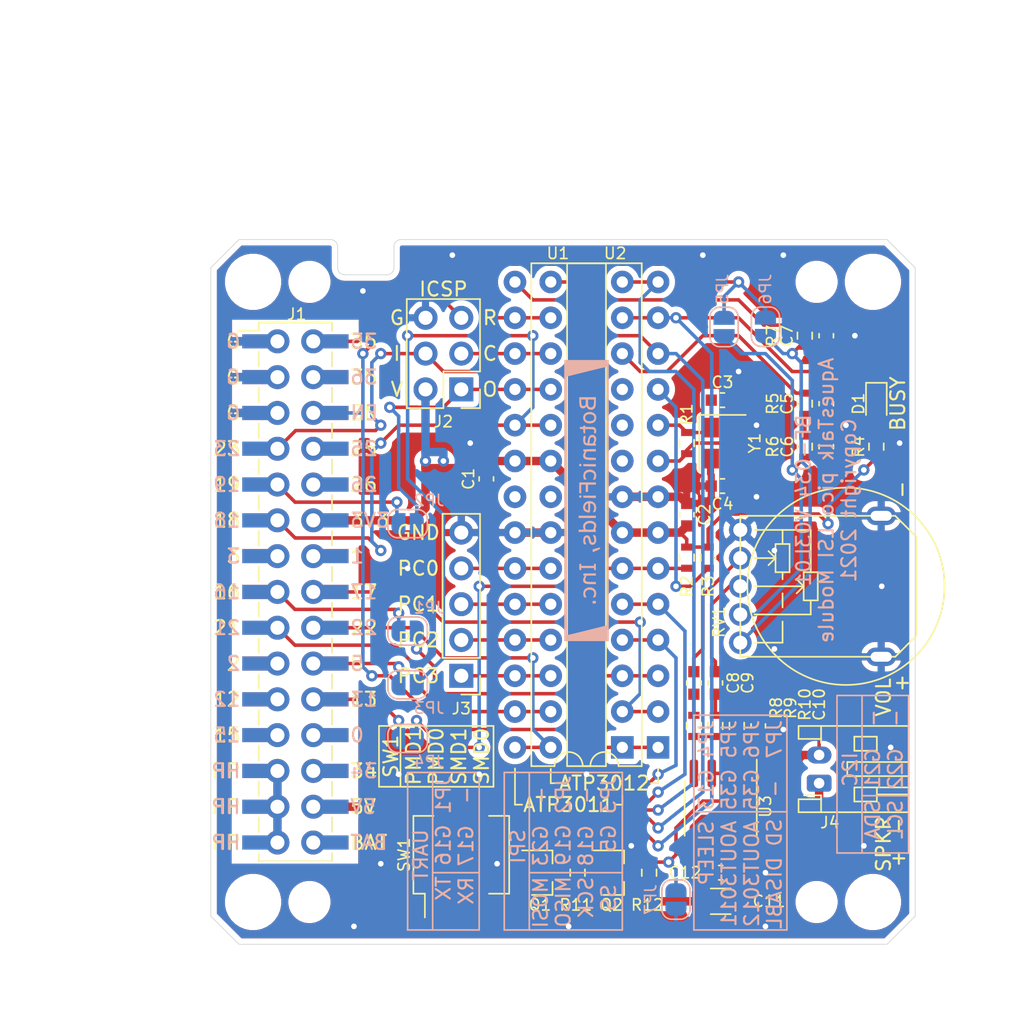
<source format=kicad_pcb>
(kicad_pcb (version 20171130) (host pcbnew "(5.1.10)-1")
  (title_block (title BF-034) (date 2021-09-20) (rev V03L01) (company "Copyright 2021 BotanicFields, Inc.") (comment 1 "Aquestalk pico LSI Module for M5Stack"))
  (layers (0 F.Cu signal) (31 B.Cu signal) (34 B.Paste user) (35 F.Paste user) (36 B.SilkS user) (37 F.SilkS user) (38 B.Mask user) (39 F.Mask user) (44 Edge.Cuts user))
  (net 0 "")
  (net 1 +3V3)
  (net 2 GND)
  (net 3 "Net-(C3-Pad1)")
  (net 4 "Net-(C5-Pad2)")
  (net 5 "Net-(C8-Pad1)")
  (net 6 "Net-(C8-Pad2)")
  (net 7 "Net-(C9-Pad2)")
  (net 8 +5V)
  (net 9 /~PLAY)
  (net 10 "Net-(D1-Pad2)")
  (net 11 /EN)
  (net 12 /GPIO25)
  (net 13 /GPIO26)
  (net 14 /GPIO1)
  (net 15 /GPIO5)
  (net 16 /GPIO13)
  (net 17 /GPIO36)
  (net 18 /GPIO35)
  (net 19 /GPIO17)
  (net 20 /GPIO22)
  (net 21 +BATT)
  (net 22 /GPIO0)
  (net 23 /GPIO34)
  (net 24 /GPIO23)
  (net 25 /GPIO18)
  (net 26 /GPIO19)
  (net 27 /GPIO3)
  (net 28 /GPIO16)
  (net 29 /GPIO21)
  (net 30 /GPIO2)
  (net 31 /GPIO12)
  (net 32 /GPIO15)
  (net 33 VBUS)
  (net 34 /MISO)
  (net 35 /CLK16)
  (net 36 /AOUT_3011)
  (net 37 /AOUT_3012)
  (net 38 /SMOD0)
  (net 39 /SMOD1)
  (net 40 /PC0)
  (net 41 /PC1)
  (net 42 /PMOD0)
  (net 43 /PMOD1)
  (net 44 /PC2)
  (net 45 /PC3)
  (net 46 /~SS)
  (net 47 /TXD)
  (net 48 /~TEST)
  (net 49 "Net-(U1-Pad10)")
  (net 50 "Net-(U1-Pad9)")
  (net 51 "Net-(U1-Pad21)")
  (net 52 "Net-(U2-Pad21)")
  (net 53 "Net-(Q1-Pad3)")
  (net 54 /SD)
  (net 55 /~SLEEP)
  (net 56 "Net-(C4-Pad1)")
  (net 57 /AOUT_3011_F)
  (net 58 /AOUT_3012_F)
  (net 59 "Net-(C9-Pad1)")
  (net 60 "Net-(C10-Pad2)")
  (net 61 "Net-(J4-Pad1)")
  (net 62 "Net-(J4-Pad2)")
  (net 63 "Net-(R10-Pad2)")
  (module bf:BF@R_0603_1608Metric (layer F.Cu) (at 100.035 119.92 90)
    (fp_text reference R11 (at -2.286 -0.127 180) (layer F.SilkS) (effects (font (size 0.8 0.8) (thickness 0.12))))
    (fp_text value 10k)
    (pad 2 smd rect (at 0.75 0 90) (size 0.5 0.8) (layers F.Cu F.Paste F.Mask) (net 53 "Net-(Q1-Pad3)"))
    (pad 1 smd rect (at -0.75 0 90) (size 0.5 0.8) (layers F.Cu F.Paste F.Mask) (net 8 +5V))
  )
  (module bf:BF@C_0603_1608Metric (layer F.Cu) (at 117.688 86.646 270)
    (fp_text reference C5 (at 0 2.794 90) (layer F.SilkS) (effects (font (size 0.8 0.8) (thickness 0.12))))
    (fp_text value 100n)
    (pad 2 smd rect (at 0.8 0 270) (size 0.8 0.8) (layers F.Cu F.Paste F.Mask) (net 4 "Net-(C5-Pad2)"))
    (pad 1 smd rect (at -0.8 0 270) (size 0.8 0.8) (layers F.Cu F.Paste F.Mask) (net 2 GND))
  )
  (module bf:BF@R_0603_1608Metric (layer F.Cu) (at 116.164 89.694 90)
    (fp_text reference R6 (at 0 -2.286 90) (layer F.SilkS) (effects (font (size 0.8 0.8) (thickness 0.12))))
    (fp_text value 2.2k)
    (pad 2 smd rect (at 0.75 0 90) (size 0.5 0.8) (layers F.Cu F.Paste F.Mask) (net 4 "Net-(C5-Pad2)"))
    (pad 1 smd rect (at -0.75 0 90) (size 0.5 0.8) (layers F.Cu F.Paste F.Mask) (net 57 /AOUT_3011_F))
  )
  (module bf:BF@C_0603_1608Metric (layer F.Cu) (at 117.688 89.694 270)
    (fp_text reference C6 (at 0 2.7795 90) (layer F.SilkS) (effects (font (size 0.8 0.8) (thickness 0.12))))
    (fp_text value 22n)
    (pad 2 smd rect (at 0.8 0 270) (size 0.8 0.8) (layers F.Cu F.Paste F.Mask) (net 57 /AOUT_3011_F))
    (pad 1 smd rect (at -0.8 0 270) (size 0.8 0.8) (layers F.Cu F.Paste F.Mask) (net 2 GND))
  )
  (module bf:BF@R_0603_1608Metric (layer F.Cu) (at 116.164 86.646 90)
    (fp_text reference R5 (at 0 -2.286 90) (layer F.SilkS) (effects (font (size 0.8 0.8) (thickness 0.12))))
    (fp_text value 470)
    (pad 2 smd rect (at 0.75 0 90) (size 0.5 0.8) (layers F.Cu F.Paste F.Mask) (net 36 /AOUT_3011))
    (pad 1 smd rect (at -0.75 0 90) (size 0.5 0.8) (layers F.Cu F.Paste F.Mask) (net 4 "Net-(C5-Pad2)"))
  )
  (module Jumper:SolderJumper-2_P1.3mm_Open_RoundedPad1.0x1.5mm (layer B.Cu) (at 87.97 95.155 180)
    (fp_text reference JP2 (at -1.524 1.651) (layer B.SilkS) (effects (font (size 0.8 0.8) (thickness 0.12)) (justify mirror)))
    (fp_text value MISO)
    (pad 2 smd custom (at 0.65 0 180) (size 1 0.5) (layers B.Cu B.Mask) (net 26 /GPIO19) (options (clearance outline) (anchor rect)) (primitives (gr_circle (center 0 -0.25) (end 0.5 -0.25) (width 0)) (gr_circle (center 0 0.25) (end 0.5 0.25) (width 0)) (gr_poly (pts (xy 0 0.75) (xy -0.5 0.75) (xy -0.5 -0.75) (xy 0 -0.75)) (width 0))))
    (pad 1 smd custom (at -0.65 0 180) (size 1 0.5) (layers B.Cu B.Mask) (net 34 /MISO) (options (clearance outline) (anchor rect)) (primitives (gr_circle (center 0 -0.25) (end 0.5 -0.25) (width 0)) (gr_circle (center 0 0.25) (end 0.5 0.25) (width 0)) (gr_poly (pts (xy 0 0.75) (xy 0.5 0.75) (xy 0.5 -0.75) (xy 0 -0.75)) (width 0))))
  )
  (module Button_Switch_SMD:SW_DIP_SPSTx04_Slide_KingTek_DSHP04TS_W7.62mm_P1.27mm (layer F.Cu) (at 91.78 118.65 90)
    (fp_text reference SW1 (at 0 -4.064 90) (layer F.SilkS) (effects (font (size 0.8 0.8) (thickness 0.12))))
    (fp_text value MODE)
    (pad 8 smd rect (at 3.81 -1.905 90) (size 1.27 0.76) (layers F.Cu F.Paste F.Mask) (net 43 /PMOD1))
    (pad 4 smd rect (at -3.81 1.905 90) (size 1.27 0.76) (layers F.Cu F.Paste F.Mask) (net 2 GND))
    (pad 7 smd rect (at 3.81 -0.635 90) (size 1.27 0.76) (layers F.Cu F.Paste F.Mask) (net 42 /PMOD0))
    (pad 3 smd rect (at -3.81 0.635 90) (size 1.27 0.76) (layers F.Cu F.Paste F.Mask) (net 2 GND))
    (pad 6 smd rect (at 3.81 0.635 90) (size 1.27 0.76) (layers F.Cu F.Paste F.Mask) (net 39 /SMOD1))
    (pad 2 smd rect (at -3.81 -0.635 90) (size 1.27 0.76) (layers F.Cu F.Paste F.Mask) (net 2 GND))
    (pad 5 smd rect (at 3.81 1.905 90) (size 1.27 0.76) (layers F.Cu F.Paste F.Mask) (net 38 /SMOD0))
    (pad 1 smd rect (at -3.81 -1.905 90) (size 1.27 0.76) (layers F.Cu F.Paste F.Mask) (net 2 GND))
  )
  (module Connector_PinHeader_2.54mm:PinHeader_2x03_P2.54mm_Vertical (layer F.Cu) (at 91.78 85.63 180)
    (fp_text reference J2 (at 1.27 -2.286 180) (layer F.SilkS) (effects (font (size 0.8 0.8) (thickness 0.12))))
    (fp_text value ICSP)
    (pad 6 thru_hole oval (at 2.54 5.08 180) (size 1.7 1.7) (drill 1) (layers *.Cu *.Mask) (net 2 GND))
    (pad 5 thru_hole oval (at 0 5.08 180) (size 1.7 1.7) (drill 1) (layers *.Cu *.Mask) (net 11 /EN))
    (pad 4 thru_hole oval (at 2.54 2.54 180) (size 1.7 1.7) (drill 1) (layers *.Cu *.Mask) (net 24 /GPIO23))
    (pad 3 thru_hole oval (at 0 2.54 180) (size 1.7 1.7) (drill 1) (layers *.Cu *.Mask) (net 25 /GPIO18))
    (pad 2 thru_hole oval (at 2.54 0 180) (size 1.7 1.7) (drill 1) (layers *.Cu *.Mask) (net 1 +3V3))
    (pad 1 thru_hole rect (at 0 0 180) (size 1.7 1.7) (drill 1) (layers *.Cu *.Mask) (net 34 /MISO))
  )
  (module bf:BF@C_0603_1608Metric (layer F.Cu) (at 112.862 109.506 270)
    (fp_text reference C10 (at -1.524 -4.318 90) (layer F.SilkS) (effects (font (size 0.8 0.8) (thickness 0.12))))
    (fp_text value 1u)
    (pad 2 smd rect (at 0.8 0 270) (size 0.8 0.8) (layers F.Cu F.Paste F.Mask) (net 60 "Net-(C10-Pad2)"))
    (pad 1 smd rect (at -0.8 0 270) (size 0.8 0.8) (layers F.Cu F.Paste F.Mask) (net 2 GND))
  )
  (module Package_SO:SOIC-8_3.9x4.9mm_P1.27mm (layer F.Cu) (at 110.195 115.348 270)
    (fp_text reference U3 (at -0.127 -3.175 90) (layer F.SilkS) (effects (font (size 0.8 0.8) (thickness 0.12))))
    (fp_text value LM4871)
    (pad 8 smd roundrect (at 2.475 -1.905 270) (size 1.95 0.6) (layers F.Cu F.Paste F.Mask) (net 61 "Net-(J4-Pad1)"))
    (pad 7 smd roundrect (at 2.475 -0.635 270) (size 1.95 0.6) (layers F.Cu F.Paste F.Mask) (net 2 GND))
    (pad 6 smd roundrect (at 2.475 0.635 270) (size 1.95 0.6) (layers F.Cu F.Paste F.Mask) (net 8 +5V))
    (pad 5 smd roundrect (at 2.475 1.905 270) (size 1.95 0.6) (layers F.Cu F.Paste F.Mask) (net 62 "Net-(J4-Pad2)"))
    (pad 4 smd roundrect (at -2.475 1.905 270) (size 1.95 0.6) (layers F.Cu F.Paste F.Mask) (net 63 "Net-(R10-Pad2)"))
    (pad 3 smd roundrect (at -2.475 0.635 270) (size 1.95 0.6) (layers F.Cu F.Paste F.Mask) (net 60 "Net-(C10-Pad2)"))
    (pad 2 smd roundrect (at -2.475 -0.635 270) (size 1.95 0.6) (layers F.Cu F.Paste F.Mask) (net 60 "Net-(C10-Pad2)"))
    (pad 1 smd roundrect (at -2.475 -1.905 270) (size 1.95 0.6) (layers F.Cu F.Paste F.Mask) (net 54 /SD))
  )
  (module bf:BF@R_0603_1608Metric (layer F.Cu) (at 116.164 81.82 90)
    (fp_text reference R7 (at 0 -2.286 90) (layer F.SilkS) (effects (font (size 0.8 0.8) (thickness 0.12))))
    (fp_text value 3.3k)
    (pad 2 smd rect (at 0.75 0 90) (size 0.5 0.8) (layers F.Cu F.Paste F.Mask) (net 37 /AOUT_3012))
    (pad 1 smd rect (at -0.75 0 90) (size 0.5 0.8) (layers F.Cu F.Paste F.Mask) (net 58 /AOUT_3012_F))
  )
  (module bf:BF@logo3 (layer B.Cu) (at 100.67 93.504 270)
    (fp_text reference G*** hide)
    (fp_text value LOGO hide)
  )
  (module bf:BF@M5Stack_MBUS (layer F.Cu) (at 80 100)
    (fp_text reference J1 (at 0.1 -19.704) (layer F.SilkS) (effects (font (size 0.8 0.8) (thickness 0.12))))
    (fp_text value M-BUS)
    (fp_text user HP (at -3.81 12.7 180) (layer B.SilkS) (effects (justify left mirror)))
    (fp_text user 12 (at -3.81 7.62 180) (layer B.SilkS) (effects (justify left mirror)))
    (fp_text user 15 (at -3.81 10.16 180) (layer B.SilkS) (effects (justify left mirror)))
    (fp_text user 2 (at -3.81 5.08 180) (layer B.SilkS) (effects (justify left mirror)))
    (fp_text user 21 (at -3.81 2.54 180) (layer B.SilkS) (effects (justify left mirror)))
    (fp_text user 3 (at -3.81 -2.54 180) (layer B.SilkS) (effects (justify left mirror)))
    (fp_text user 16 (at -3.81 0 180) (layer B.SilkS) (effects (justify left mirror)))
    (fp_text user 23 (at -3.81 -10.16 180) (layer B.SilkS) (effects (justify left mirror)))
    (fp_text user G (at -3.81 -15.24 180) (layer B.SilkS) (effects (justify left mirror)))
    (fp_text user 18 (at -3.81 -5.08 180) (layer B.SilkS) (effects (justify left mirror)))
    (fp_text user 19 (at -3.81 -7.62 180) (layer B.SilkS) (effects (justify left mirror)))
    (fp_text user G (at -3.81 -12.7 180) (layer B.SilkS) (effects (justify left mirror)))
    (fp_text user HP (at -3.81 17.78 180) (layer B.SilkS) (effects (justify left mirror)))
    (fp_text user HP (at -3.81 15.24 180) (layer B.SilkS) (effects (justify left mirror)))
    (fp_text user G (at -3.81 -17.78 180) (layer B.SilkS) (effects (justify left mirror)))
    (fp_text user 35 (at 3.81 -17.78 180) (layer B.SilkS) (effects (justify right mirror)))
    (fp_text user 36 (at 3.81 -15.24 180) (layer B.SilkS) (effects (justify right mirror)))
    (fp_text user EN (at 3.81 -12.7 180) (layer B.SilkS) (effects (justify right mirror)))
    (fp_text user 25 (at 3.81 -10.16 180) (layer B.SilkS) (effects (justify right mirror)))
    (fp_text user 26 (at 3.81 -7.62 180) (layer B.SilkS) (effects (justify right mirror)))
    (fp_text user 3V3 (at 3.81 -5.08 180) (layer B.SilkS) (effects (justify right mirror)))
    (fp_text user 1 (at 3.81 -2.54 180) (layer B.SilkS) (effects (justify right mirror)))
    (fp_text user 17 (at 3.81 0 180) (layer B.SilkS) (effects (justify right mirror)))
    (fp_text user 22 (at 3.81 2.54 180) (layer B.SilkS) (effects (justify right mirror)))
    (fp_text user 5 (at 3.81 5.08 180) (layer B.SilkS) (effects (justify right mirror)))
    (fp_text user 13 (at 3.81 7.62 180) (layer B.SilkS) (effects (justify right mirror)))
    (fp_text user 0 (at 3.81 10.16 180) (layer B.SilkS) (effects (justify right mirror)))
    (fp_text user 34 (at 3.81 12.7 180) (layer B.SilkS) (effects (justify right mirror)))
    (fp_text user 5V (at 3.81 15.24 180) (layer B.SilkS) (effects (justify right mirror)))
    (fp_text user BAT (at 3.81 17.78 180) (layer B.SilkS) (effects (justify right mirror)))
    (fp_text user 35 (at 3.81 -17.78) (layer F.SilkS) (effects (justify left)))
    (fp_text user 36 (at 3.81 -15.24) (layer F.SilkS) (effects (justify left)))
    (fp_text user EN (at 3.81 -12.7) (layer F.SilkS) (effects (justify left)))
    (fp_text user 25 (at 3.81 -10.16) (layer F.SilkS) (effects (justify left)))
    (fp_text user 26 (at 3.81 -7.62) (layer F.SilkS) (effects (justify left)))
    (fp_text user 3V3 (at 3.81 -5.08) (layer F.SilkS) (effects (justify left)))
    (fp_text user 1 (at 3.81 -2.54) (layer F.SilkS) (effects (justify left)))
    (fp_text user 17 (at 3.81 0) (layer F.SilkS) (effects (justify left)))
    (fp_text user 22 (at 3.81 2.54) (layer F.SilkS) (effects (justify left)))
    (fp_text user 5 (at 3.81 5.08) (layer F.SilkS) (effects (justify left)))
    (fp_text user 13 (at 3.81 7.62) (layer F.SilkS) (effects (justify left)))
    (fp_text user 0 (at 3.81 10.16) (layer F.SilkS) (effects (justify left)))
    (fp_text user 34 (at 3.81 12.7) (layer F.SilkS) (effects (justify left)))
    (fp_text user 5V (at 3.81 15.24) (layer F.SilkS) (effects (justify left)))
    (fp_text user BAT (at 3.81 17.78) (layer F.SilkS) (effects (justify left)))
    (fp_text user HP (at -3.81 17.78) (layer F.SilkS) (effects (justify right)))
    (fp_text user HP (at -3.81 15.24) (layer F.SilkS) (effects (justify right)))
    (fp_text user HP (at -3.81 12.7) (layer F.SilkS) (effects (justify right)))
    (fp_text user 15 (at -3.81 10.16) (layer F.SilkS) (effects (justify right)))
    (fp_text user 12 (at -3.81 7.62) (layer F.SilkS) (effects (justify right)))
    (fp_text user 2 (at -3.81 5.08) (layer F.SilkS) (effects (justify right)))
    (fp_text user 21 (at -3.81 2.54) (layer F.SilkS) (effects (justify right)))
    (fp_text user 16 (at -3.81 0) (layer F.SilkS) (effects (justify right)))
    (fp_text user 3 (at -3.81 -2.54) (layer F.SilkS) (effects (justify right)))
    (fp_text user 18 (at -3.81 -5.08) (layer F.SilkS) (effects (justify right)))
    (fp_text user 19 (at -3.81 -7.62) (layer F.SilkS) (effects (justify right)))
    (fp_text user 23 (at -3.81 -10.16) (layer F.SilkS) (effects (justify right)))
    (fp_text user G (at -3.81 -12.7) (layer F.SilkS) (effects (justify right)))
    (fp_text user G (at -3.81 -15.24) (layer F.SilkS) (effects (justify right)))
    (fp_text user G (at -3.81 -17.78) (layer F.SilkS) (effects (justify right)))
    (pad 30 thru_hole circle (at -1.27 17.78) (size 1.7 1.7) (drill 1) (layers *.Cu *.Mask) (net 33 VBUS))
    (pad 30 smd custom (at -1.27 17.78) (size 1 1) (layers B.Cu B.Mask) (net 33 VBUS) (options (clearance outline) (anchor rect)) (primitives (gr_poly (pts (xy 0.5 0.5) (xy 0.5 -0.5) (xy -2.5 -0.5) (xy -2.5 0.5)) (width 0))))
    (pad 30 smd custom (at -1.27 17.78) (size 1 1) (layers F.Cu F.Mask) (net 33 VBUS) (options (clearance outline) (anchor rect)) (primitives (gr_poly (pts (xy 0.5 0.5) (xy 0.5 -0.5) (xy -2.5 -0.5) (xy -2.5 0.5)) (width 0))))
    (pad 28 thru_hole circle (at -1.27 15.24) (size 1.7 1.7) (drill 1) (layers *.Cu *.Mask) (net 33 VBUS))
    (pad 28 smd custom (at -1.27 15.24) (size 1 1) (layers B.Cu B.Mask) (net 33 VBUS) (options (clearance outline) (anchor rect)) (primitives (gr_poly (pts (xy 0.5 0.5) (xy 0.5 -0.5) (xy -2.5 -0.5) (xy -2.5 0.5)) (width 0))))
    (pad 28 smd custom (at -1.27 15.24) (size 1 1) (layers F.Cu F.Mask) (net 33 VBUS) (options (clearance outline) (anchor rect)) (primitives (gr_poly (pts (xy 0.5 0.5) (xy 0.5 -0.5) (xy -2.5 -0.5) (xy -2.5 0.5)) (width 0))))
    (pad 26 smd custom (at -1.27 12.7) (size 1 1) (layers B.Cu B.Mask) (net 33 VBUS) (options (clearance outline) (anchor rect)) (primitives (gr_poly (pts (xy 0.5 0.5) (xy 0.5 -0.5) (xy -2.5 -0.5) (xy -2.5 0.5)) (width 0))))
    (pad 26 thru_hole circle (at -1.27 12.7) (size 1.7 1.7) (drill 1) (layers *.Cu *.Mask) (net 33 VBUS))
    (pad 26 smd custom (at -1.27 12.7) (size 1 1) (layers F.Cu F.Mask) (net 33 VBUS) (options (clearance outline) (anchor rect)) (primitives (gr_poly (pts (xy 0.5 0.5) (xy 0.5 -0.5) (xy -2.5 -0.5) (xy -2.5 0.5)) (width 0))))
    (pad 24 thru_hole circle (at -1.27 10.16) (size 1.7 1.7) (drill 1) (layers *.Cu *.Mask) (net 32 /GPIO15))
    (pad 24 smd custom (at -1.27 10.16) (size 1 1) (layers B.Cu B.Mask) (net 32 /GPIO15) (options (clearance outline) (anchor rect)) (primitives (gr_poly (pts (xy 0.5 0.5) (xy 0.5 -0.5) (xy -2.5 -0.5) (xy -2.5 0.5)) (width 0))))
    (pad 24 smd custom (at -1.27 10.16) (size 1 1) (layers F.Cu F.Mask) (net 32 /GPIO15) (options (clearance outline) (anchor rect)) (primitives (gr_poly (pts (xy 0.5 0.5) (xy 0.5 -0.5) (xy -2.5 -0.5) (xy -2.5 0.5)) (width 0))))
    (pad 22 smd custom (at -1.27 7.62) (size 1 1) (layers B.Cu B.Mask) (net 31 /GPIO12) (options (clearance outline) (anchor rect)) (primitives (gr_poly (pts (xy 0.5 0.5) (xy 0.5 -0.5) (xy -2.5 -0.5) (xy -2.5 0.5)) (width 0))))
    (pad 22 thru_hole circle (at -1.27 7.62) (size 1.7 1.7) (drill 1) (layers *.Cu *.Mask) (net 31 /GPIO12))
    (pad 22 smd custom (at -1.27 7.62) (size 1 1) (layers F.Cu F.Mask) (net 31 /GPIO12) (options (clearance outline) (anchor rect)) (primitives (gr_poly (pts (xy 0.5 0.5) (xy 0.5 -0.5) (xy -2.5 -0.5) (xy -2.5 0.5)) (width 0))))
    (pad 20 thru_hole circle (at -1.27 5.08) (size 1.7 1.7) (drill 1) (layers *.Cu *.Mask) (net 30 /GPIO2))
    (pad 20 smd custom (at -1.27 5.08) (size 1 1) (layers F.Cu F.Mask) (net 30 /GPIO2) (options (clearance outline) (anchor rect)) (primitives (gr_poly (pts (xy 0.5 0.5) (xy 0.5 -0.5) (xy -2.5 -0.5) (xy -2.5 0.5)) (width 0))))
    (pad 20 smd custom (at -1.27 5.08) (size 1 1) (layers B.Cu B.Mask) (net 30 /GPIO2) (options (clearance outline) (anchor rect)) (primitives (gr_poly (pts (xy 0.5 0.5) (xy 0.5 -0.5) (xy -2.5 -0.5) (xy -2.5 0.5)) (width 0))))
    (pad 18 smd custom (at -1.27 2.54) (size 1 1) (layers B.Cu B.Mask) (net 29 /GPIO21) (options (clearance outline) (anchor rect)) (primitives (gr_poly (pts (xy 0.5 0.5) (xy 0.5 -0.5) (xy -2.5 -0.5) (xy -2.5 0.5)) (width 0))))
    (pad 18 thru_hole circle (at -1.27 2.54) (size 1.7 1.7) (drill 1) (layers *.Cu *.Mask) (net 29 /GPIO21))
    (pad 18 smd custom (at -1.27 2.54) (size 1 1) (layers F.Cu F.Mask) (net 29 /GPIO21) (options (clearance outline) (anchor rect)) (primitives (gr_poly (pts (xy 0.5 0.5) (xy 0.5 -0.5) (xy -2.5 -0.5) (xy -2.5 0.5)) (width 0))))
    (pad 16 smd custom (at -1.27 0) (size 1 1) (layers F.Cu F.Mask) (net 28 /GPIO16) (options (clearance outline) (anchor rect)) (primitives (gr_poly (pts (xy 0.5 0.5) (xy 0.5 -0.5) (xy -2.5 -0.5) (xy -2.5 0.5)) (width 0))))
    (pad 16 thru_hole circle (at -1.27 0) (size 1.7 1.7) (drill 1) (layers *.Cu *.Mask) (net 28 /GPIO16))
    (pad 16 smd custom (at -1.27 0) (size 1 1) (layers B.Cu B.Mask) (net 28 /GPIO16) (options (clearance outline) (anchor rect)) (primitives (gr_poly (pts (xy 0.5 0.5) (xy 0.5 -0.5) (xy -2.5 -0.5) (xy -2.5 0.5)) (width 0))))
    (pad 14 smd custom (at -1.27 -2.54) (size 1 1) (layers B.Cu B.Mask) (net 27 /GPIO3) (options (clearance outline) (anchor rect)) (primitives (gr_poly (pts (xy 0.5 0.5) (xy 0.5 -0.5) (xy -2.5 -0.5) (xy -2.5 0.5)) (width 0))))
    (pad 14 smd custom (at -1.27 -2.54) (size 1 1) (layers F.Cu F.Mask) (net 27 /GPIO3) (options (clearance outline) (anchor rect)) (primitives (gr_poly (pts (xy 0.5 0.5) (xy 0.5 -0.5) (xy -2.5 -0.5) (xy -2.5 0.5)) (width 0))))
    (pad 14 thru_hole circle (at -1.27 -2.54) (size 1.7 1.7) (drill 1) (layers *.Cu *.Mask) (net 27 /GPIO3))
    (pad 10 thru_hole circle (at -1.27 -7.62) (size 1.7 1.7) (drill 1) (layers *.Cu *.Mask) (net 26 /GPIO19))
    (pad 10 smd custom (at -1.27 -7.62) (size 1 1) (layers B.Cu B.Mask) (net 26 /GPIO19) (options (clearance outline) (anchor rect)) (primitives (gr_poly (pts (xy 0.5 0.5) (xy 0.5 -0.5) (xy -2.5 -0.5) (xy -2.5 0.5)) (width 0))))
    (pad 10 smd custom (at -1.27 -7.62) (size 1 1) (layers F.Cu F.Mask) (net 26 /GPIO19) (options (clearance outline) (anchor rect)) (primitives (gr_poly (pts (xy 0.5 0.5) (xy 0.5 -0.5) (xy -2.5 -0.5) (xy -2.5 0.5)) (width 0))))
    (pad 12 smd custom (at -1.27 -5.08) (size 1 1) (layers F.Cu F.Mask) (net 25 /GPIO18) (options (clearance outline) (anchor rect)) (primitives (gr_poly (pts (xy 0.5 0.5) (xy 0.5 -0.5) (xy -2.5 -0.5) (xy -2.5 0.5)) (width 0))))
    (pad 12 thru_hole circle (at -1.27 -5.08) (size 1.7 1.7) (drill 1) (layers *.Cu *.Mask) (net 25 /GPIO18))
    (pad 12 smd custom (at -1.27 -5.08) (size 1 1) (layers B.Cu B.Mask) (net 25 /GPIO18) (options (clearance outline) (anchor rect)) (primitives (gr_poly (pts (xy 0.5 0.5) (xy 0.5 -0.5) (xy -2.5 -0.5) (xy -2.5 0.5)) (width 0))))
    (pad 8 smd custom (at -1.27 -10.16) (size 1 1) (layers B.Cu B.Mask) (net 24 /GPIO23) (options (clearance outline) (anchor rect)) (primitives (gr_poly (pts (xy 0.5 0.5) (xy 0.5 -0.5) (xy -2.5 -0.5) (xy -2.5 0.5)) (width 0))))
    (pad 8 smd custom (at -1.27 -10.16) (size 1 1) (layers F.Cu F.Mask) (net 24 /GPIO23) (options (clearance outline) (anchor rect)) (primitives (gr_poly (pts (xy 0.5 0.5) (xy 0.5 -0.5) (xy -2.5 -0.5) (xy -2.5 0.5)) (width 0))))
    (pad 8 thru_hole circle (at -1.27 -10.16) (size 1.7 1.7) (drill 1) (layers *.Cu *.Mask) (net 24 /GPIO23))
    (pad 6 thru_hole circle (at -1.27 -12.7) (size 1.7 1.7) (drill 1) (layers *.Cu *.Mask) (net 2 GND))
    (pad 6 smd custom (at -1.27 -12.7) (size 1 1) (layers F.Cu F.Mask) (net 2 GND) (options (clearance outline) (anchor rect)) (primitives (gr_poly (pts (xy 0.5 0.5) (xy 0.5 -0.5) (xy -2.5 -0.5) (xy -2.5 0.5)) (width 0))))
    (pad 6 smd custom (at -1.27 -12.7) (size 1 1) (layers B.Cu B.Mask) (net 2 GND) (options (clearance outline) (anchor rect)) (primitives (gr_poly (pts (xy 0.5 0.5) (xy 0.5 -0.5) (xy -2.5 -0.5) (xy -2.5 0.5)) (width 0))))
    (pad 4 smd custom (at -1.27 -15.24) (size 1 1) (layers F.Cu F.Mask) (net 2 GND) (options (clearance outline) (anchor rect)) (primitives (gr_poly (pts (xy 0.5 0.5) (xy 0.5 -0.5) (xy -2.5 -0.5) (xy -2.5 0.5)) (width 0))))
    (pad 4 thru_hole circle (at -1.27 -15.24) (size 1.7 1.7) (drill 1) (layers *.Cu *.Mask) (net 2 GND))
    (pad 4 smd custom (at -1.27 -15.24) (size 1 1) (layers B.Cu B.Mask) (net 2 GND) (options (clearance outline) (anchor rect)) (primitives (gr_poly (pts (xy 0.5 0.5) (xy 0.5 -0.5) (xy -2.5 -0.5) (xy -2.5 0.5)) (width 0))))
    (pad 25 smd custom (at 1.27 12.7 180) (size 1 1) (layers B.Cu B.Mask) (net 23 /GPIO34) (options (clearance outline) (anchor rect)) (primitives (gr_poly (pts (xy 0.5 0.5) (xy 0.5 -0.5) (xy -2.5 -0.5) (xy -2.5 0.5)) (width 0))))
    (pad 25 smd custom (at 1.27 12.7 180) (size 1 1) (layers F.Cu F.Mask) (net 23 /GPIO34) (options (clearance outline) (anchor rect)) (primitives (gr_poly (pts (xy 0.5 0.5) (xy 0.5 -0.5) (xy -2.5 -0.5) (xy -2.5 0.5)) (width 0))))
    (pad 25 thru_hole circle (at 1.27 12.7 180) (size 1.7 1.7) (drill 1) (layers *.Cu *.Mask) (net 23 /GPIO34))
    (pad 23 thru_hole circle (at 1.27 10.16 180) (size 1.7 1.7) (drill 1) (layers *.Cu *.Mask) (net 22 /GPIO0))
    (pad 23 smd custom (at 1.27 10.16 180) (size 1 1) (layers F.Cu F.Mask) (net 22 /GPIO0) (options (clearance outline) (anchor rect)) (primitives (gr_poly (pts (xy 0.5 0.5) (xy 0.5 -0.5) (xy -2.5 -0.5) (xy -2.5 0.5)) (width 0))))
    (pad 23 smd custom (at 1.27 10.16 180) (size 1 1) (layers B.Cu B.Mask) (net 22 /GPIO0) (options (clearance outline) (anchor rect)) (primitives (gr_poly (pts (xy 0.5 0.5) (xy 0.5 -0.5) (xy -2.5 -0.5) (xy -2.5 0.5)) (width 0))))
    (pad 2 smd custom (at -1.27 -17.78) (size 1 1) (layers F.Cu F.Mask) (net 2 GND) (options (clearance outline) (anchor rect)) (primitives (gr_poly (pts (xy 0.5 0.5) (xy 0.5 -0.5) (xy -2.5 -0.5) (xy -2.5 0.5)) (width 0))))
    (pad 2 smd custom (at -1.27 -17.78) (size 1 1) (layers B.Cu B.Mask) (net 2 GND) (options (clearance outline) (anchor rect)) (primitives (gr_poly (pts (xy 0.5 0.5) (xy 0.5 -0.5) (xy -2.5 -0.5) (xy -2.5 0.5)) (width 0))))
    (pad 2 thru_hole circle (at -1.27 -17.78) (size 1.7 1.7) (drill 1) (layers *.Cu *.Mask) (net 2 GND))
    (pad 29 smd custom (at 1.27 17.78 180) (size 1 1) (layers F.Cu F.Mask) (net 21 +BATT) (options (clearance outline) (anchor rect)) (primitives (gr_poly (pts (xy 0.5 0.5) (xy 0.5 -0.5) (xy -2.5 -0.5) (xy -2.5 0.5)) (width 0))))
    (pad 29 thru_hole circle (at 1.27 17.78 180) (size 1.7 1.7) (drill 1) (layers *.Cu *.Mask) (net 21 +BATT))
    (pad 29 smd custom (at 1.27 17.78 180) (size 1 1) (layers B.Cu B.Mask) (net 21 +BATT) (options (clearance outline) (anchor rect)) (primitives (gr_poly (pts (xy 0.5 0.5) (xy 0.5 -0.5) (xy -2.5 -0.5) (xy -2.5 0.5)) (width 0))))
    (pad 27 smd custom (at 1.27 15.24 180) (size 1 1) (layers B.Cu B.Mask) (net 8 +5V) (options (clearance outline) (anchor rect)) (primitives (gr_poly (pts (xy 0.5 0.5) (xy 0.5 -0.5) (xy -2.5 -0.5) (xy -2.5 0.5)) (width 0))))
    (pad 27 thru_hole circle (at 1.27 15.24 180) (size 1.7 1.7) (drill 1) (layers *.Cu *.Mask) (net 8 +5V))
    (pad 27 smd custom (at 1.27 15.24 180) (size 1 1) (layers F.Cu F.Mask) (net 8 +5V) (options (clearance outline) (anchor rect)) (primitives (gr_poly (pts (xy 0.5 0.5) (xy 0.5 -0.5) (xy -2.5 -0.5) (xy -2.5 0.5)) (width 0))))
    (pad 17 smd custom (at 1.27 2.54 180) (size 1 1) (layers F.Cu F.Mask) (net 20 /GPIO22) (options (clearance outline) (anchor rect)) (primitives (gr_poly (pts (xy 0.5 0.5) (xy 0.5 -0.5) (xy -2.5 -0.5) (xy -2.5 0.5)) (width 0))))
    (pad 17 thru_hole circle (at 1.27 2.54 180) (size 1.7 1.7) (drill 1) (layers *.Cu *.Mask) (net 20 /GPIO22))
    (pad 17 smd custom (at 1.27 2.54 180) (size 1 1) (layers B.Cu B.Mask) (net 20 /GPIO22) (options (clearance outline) (anchor rect)) (primitives (gr_poly (pts (xy 0.5 0.5) (xy 0.5 -0.5) (xy -2.5 -0.5) (xy -2.5 0.5)) (width 0))))
    (pad 15 thru_hole circle (at 1.27 0 180) (size 1.7 1.7) (drill 1) (layers *.Cu *.Mask) (net 19 /GPIO17))
    (pad 15 smd custom (at 1.27 0 180) (size 1 1) (layers B.Cu B.Mask) (net 19 /GPIO17) (options (clearance outline) (anchor rect)) (primitives (gr_poly (pts (xy 0.5 0.5) (xy 0.5 -0.5) (xy -2.5 -0.5) (xy -2.5 0.5)) (width 0))))
    (pad 15 smd custom (at 1.27 0 180) (size 1 1) (layers F.Cu F.Mask) (net 19 /GPIO17) (options (clearance outline) (anchor rect)) (primitives (gr_poly (pts (xy 0.5 0.5) (xy 0.5 -0.5) (xy -2.5 -0.5) (xy -2.5 0.5)) (width 0))))
    (pad "" np_thru_hole circle (at 0 13.97 180) (size 1 1) (drill 1) (layers *.Cu *.Mask))
    (pad 1 smd custom (at 1.27 -17.78 180) (size 1 1) (layers F.Cu F.Mask) (net 18 /GPIO35) (options (clearance outline) (anchor rect)) (primitives (gr_poly (pts (xy 0.5 0.5) (xy 0.5 -0.5) (xy -2.5 -0.5) (xy -2.5 0.5)) (width 0))))
    (pad 1 smd custom (at 1.27 -17.78 180) (size 1 1) (layers B.Cu B.Mask) (net 18 /GPIO35) (options (clearance outline) (anchor rect)) (primitives (gr_poly (pts (xy 0.5 0.5) (xy 0.5 -0.5) (xy -2.5 -0.5) (xy -2.5 0.5)) (width 0))))
    (pad "" np_thru_hole circle (at 0 16.51 180) (size 1 1) (drill 1) (layers *.Cu *.Mask))
    (pad "" np_thru_hole circle (at 0 -13.97 180) (size 1 1) (drill 1) (layers *.Cu *.Mask))
    (pad 1 thru_hole circle (at 1.27 -17.78 180) (size 1.7 1.7) (drill 1) (layers *.Cu *.Mask) (net 18 /GPIO35))
    (pad "" np_thru_hole circle (at 0 -16.51 180) (size 1 1) (drill 1) (layers *.Cu *.Mask))
    (pad 3 thru_hole circle (at 1.27 -15.24 180) (size 1.7 1.7) (drill 1) (layers *.Cu *.Mask) (net 17 /GPIO36))
    (pad 3 smd custom (at 1.27 -15.24 180) (size 1 1) (layers B.Cu B.Mask) (net 17 /GPIO36) (options (clearance outline) (anchor rect)) (primitives (gr_poly (pts (xy 0.5 0.5) (xy 0.5 -0.5) (xy -2.5 -0.5) (xy -2.5 0.5)) (width 0))))
    (pad 3 smd custom (at 1.27 -15.24 180) (size 1 1) (layers F.Cu F.Mask) (net 17 /GPIO36) (options (clearance outline) (anchor rect)) (primitives (gr_poly (pts (xy 0.5 0.5) (xy 0.5 -0.5) (xy -2.5 -0.5) (xy -2.5 0.5)) (width 0))))
    (pad 21 thru_hole circle (at 1.27 7.62 180) (size 1.7 1.7) (drill 1) (layers *.Cu *.Mask) (net 16 /GPIO13))
    (pad 21 smd custom (at 1.27 7.62 180) (size 1 1) (layers B.Cu B.Mask) (net 16 /GPIO13) (options (clearance outline) (anchor rect)) (primitives (gr_poly (pts (xy 0.5 0.5) (xy 0.5 -0.5) (xy -2.5 -0.5) (xy -2.5 0.5)) (width 0))))
    (pad 21 smd custom (at 1.27 7.62 180) (size 1 1) (layers F.Cu F.Mask) (net 16 /GPIO13) (options (clearance outline) (anchor rect)) (primitives (gr_poly (pts (xy 0.5 0.5) (xy 0.5 -0.5) (xy -2.5 -0.5) (xy -2.5 0.5)) (width 0))))
    (pad 19 thru_hole circle (at 1.27 5.08 180) (size 1.7 1.7) (drill 1) (layers *.Cu *.Mask) (net 15 /GPIO5))
    (pad 19 smd custom (at 1.27 5.08 180) (size 1 1) (layers F.Cu F.Mask) (net 15 /GPIO5) (options (clearance outline) (anchor rect)) (primitives (gr_poly (pts (xy 0.5 0.5) (xy 0.5 -0.5) (xy -2.5 -0.5) (xy -2.5 0.5)) (width 0))))
    (pad 19 smd custom (at 1.27 5.08 180) (size 1 1) (layers B.Cu B.Mask) (net 15 /GPIO5) (options (clearance outline) (anchor rect)) (primitives (gr_poly (pts (xy 0.5 0.5) (xy 0.5 -0.5) (xy -2.5 -0.5) (xy -2.5 0.5)) (width 0))))
    (pad 13 smd custom (at 1.27 -2.54 180) (size 1 1) (layers F.Cu F.Mask) (net 14 /GPIO1) (options (clearance outline) (anchor rect)) (primitives (gr_poly (pts (xy 0.5 0.5) (xy 0.5 -0.5) (xy -2.5 -0.5) (xy -2.5 0.5)) (width 0))))
    (pad 13 smd custom (at 1.27 -2.54 180) (size 1 1) (layers B.Cu B.Mask) (net 14 /GPIO1) (options (clearance outline) (anchor rect)) (primitives (gr_poly (pts (xy 0.5 0.5) (xy 0.5 -0.5) (xy -2.5 -0.5) (xy -2.5 0.5)) (width 0))))
    (pad 13 thru_hole circle (at 1.27 -2.54 180) (size 1.7 1.7) (drill 1) (layers *.Cu *.Mask) (net 14 /GPIO1))
    (pad 11 smd custom (at 1.27 -5.08 180) (size 1 1) (layers F.Cu F.Mask) (net 1 +3V3) (options (clearance outline) (anchor rect)) (primitives (gr_poly (pts (xy 0.5 0.5) (xy 0.5 -0.5) (xy -2.5 -0.5) (xy -2.5 0.5)) (width 0))))
    (pad 11 thru_hole circle (at 1.27 -5.08 180) (size 1.7 1.7) (drill 1) (layers *.Cu *.Mask) (net 1 +3V3))
    (pad 11 smd custom (at 1.27 -5.08 180) (size 1 1) (layers B.Cu B.Mask) (net 1 +3V3) (options (clearance outline) (anchor rect)) (primitives (gr_poly (pts (xy 0.5 0.5) (xy 0.5 -0.5) (xy -2.5 -0.5) (xy -2.5 0.5)) (width 0))))
    (pad 9 thru_hole circle (at 1.27 -7.62 180) (size 1.7 1.7) (drill 1) (layers *.Cu *.Mask) (net 13 /GPIO26))
    (pad 9 smd custom (at 1.27 -7.62 180) (size 1 1) (layers B.Cu B.Mask) (net 13 /GPIO26) (options (clearance outline) (anchor rect)) (primitives (gr_poly (pts (xy 0.5 0.5) (xy 0.5 -0.5) (xy -2.5 -0.5) (xy -2.5 0.5)) (width 0))))
    (pad 9 smd custom (at 1.27 -7.62 180) (size 1 1) (layers F.Cu F.Mask) (net 13 /GPIO26) (options (clearance outline) (anchor rect)) (primitives (gr_poly (pts (xy 0.5 0.5) (xy 0.5 -0.5) (xy -2.5 -0.5) (xy -2.5 0.5)) (width 0))))
    (pad 7 thru_hole circle (at 1.27 -10.16 180) (size 1.7 1.7) (drill 1) (layers *.Cu *.Mask) (net 12 /GPIO25))
    (pad 7 smd custom (at 1.27 -10.16 180) (size 1 1) (layers F.Cu F.Mask) (net 12 /GPIO25) (options (clearance outline) (anchor rect)) (primitives (gr_poly (pts (xy 0.5 0.5) (xy 0.5 -0.5) (xy -2.5 -0.5) (xy -2.5 0.5)) (width 0))))
    (pad 7 smd custom (at 1.27 -10.16 180) (size 1 1) (layers B.Cu B.Mask) (net 12 /GPIO25) (options (clearance outline) (anchor rect)) (primitives (gr_poly (pts (xy 0.5 0.5) (xy 0.5 -0.5) (xy -2.5 -0.5) (xy -2.5 0.5)) (width 0))))
    (pad 5 thru_hole circle (at 1.27 -12.7 180) (size 1.7 1.7) (drill 1) (layers *.Cu *.Mask) (net 11 /EN))
    (pad 5 smd custom (at 1.27 -12.7 180) (size 1 1) (layers B.Cu B.Mask) (net 11 /EN) (options (clearance outline) (anchor rect)) (primitives (gr_poly (pts (xy 0.5 0.5) (xy 0.5 -0.5) (xy -2.5 -0.5) (xy -2.5 0.5)) (width 0))))
    (pad 5 smd custom (at 1.27 -12.7 180) (size 1 1) (layers F.Cu F.Mask) (net 11 /EN) (options (clearance outline) (anchor rect)) (primitives (gr_poly (pts (xy 0.5 0.5) (xy 0.5 -0.5) (xy -2.5 -0.5) (xy -2.5 0.5)) (width 0))))
  )
  (module bf:BF@MountingHole_2.2mm_M2 (layer F.Cu) (at 81 122)
    (fp_text reference H8 hide)
    (fp_text value MountingHole hide)
    (pad "" np_thru_hole circle (at 0 0) (size 2.2 2.2) (drill 2.2) (layers *.Cu *.Mask))
  )
  (module bf:BF@MountingHole_2.2mm_M2 (layer F.Cu) (at 117 78)
    (fp_text reference H6 hide)
    (fp_text value MountingHole hide)
    (pad "" np_thru_hole circle (at 0 0) (size 2.2 2.2) (drill 2.2) (layers *.Cu *.Mask))
  )
  (module bf:BF@MountingHole_2.2mm_M2 (layer F.Cu) (at 117 122)
    (fp_text reference H7 hide)
    (fp_text value MountingHole hide)
    (pad "" np_thru_hole circle (at 0 0) (size 2.2 2.2) (drill 2.2) (layers *.Cu *.Mask))
  )
  (module bf:BF@MountingHole_3.2mm_M3 (layer F.Cu) (at 77 78)
    (fp_text reference H1 hide)
    (fp_text value MountingHole hide)
    (pad "" np_thru_hole circle (at 0 0) (size 3.2 3.2) (drill 3.2) (layers *.Cu *.Mask))
  )
  (module bf:BF@MountingHole_2.2mm_M2 (layer F.Cu) (at 81 78)
    (fp_text reference H5 hide)
    (fp_text value MountingHole hide)
    (pad "" np_thru_hole circle (at 0 0) (size 2.2 2.2) (drill 2.2) (layers *.Cu *.Mask))
  )
  (module bf:BF@MountingHole_3.2mm_M3 (layer F.Cu) (at 121 78)
    (fp_text reference H2 hide)
    (fp_text value MountingHole hide)
    (pad "" np_thru_hole circle (at 0 0) (size 3.2 3.2) (drill 3.2) (layers *.Cu *.Mask))
  )
  (module bf:BF@MountingHole_3.2mm_M3 (layer F.Cu) (at 77 122)
    (fp_text reference H4 hide)
    (fp_text value MountingHole hide)
    (pad "" np_thru_hole circle (at 0 0) (size 3.2 3.2) (drill 3.2) (layers *.Cu *.Mask))
  )
  (module bf:BF@MountingHole_3.2mm_M3 (layer F.Cu) (at 121 122)
    (fp_text reference H3 hide)
    (fp_text value MountingHole hide)
    (pad "" np_thru_hole circle (at 0 0) (size 3.2 3.2) (drill 3.2) (layers *.Cu *.Mask))
  )
  (module bf:BF@C_0603_1608Metric (layer F.Cu) (at 93.558 91.98 270)
    (fp_text reference C1 (at 0 1.27 90) (layer F.SilkS) (effects (font (size 0.8 0.8) (thickness 0.12))))
    (fp_text value 100n)
    (pad 2 smd rect (at 0.8 0 270) (size 0.8 0.8) (layers F.Cu F.Paste F.Mask) (net 2 GND))
    (pad 1 smd rect (at -0.8 0 270) (size 0.8 0.8) (layers F.Cu F.Paste F.Mask) (net 1 +3V3))
  )
  (module bf:BF@C_0603_1608Metric (layer F.Cu) (at 110.322 86.392)
    (fp_text reference C3 (at 0 -1.27) (layer F.SilkS) (effects (font (size 0.8 0.8) (thickness 0.12))))
    (fp_text value 10p)
    (pad 2 smd rect (at 0.8 0) (size 0.8 0.8) (layers F.Cu F.Paste F.Mask) (net 2 GND))
    (pad 1 smd rect (at -0.8 0) (size 0.8 0.8) (layers F.Cu F.Paste F.Mask) (net 3 "Net-(C3-Pad1)"))
  )
  (module bf:BF@C_0603_1608Metric (layer F.Cu) (at 110.322 92.488 180)
    (fp_text reference C4 (at 0 -1.27) (layer F.SilkS) (effects (font (size 0.8 0.8) (thickness 0.12))))
    (fp_text value 10p)
    (pad 2 smd rect (at 0.8 0 180) (size 0.8 0.8) (layers F.Cu F.Paste F.Mask) (net 2 GND))
    (pad 1 smd rect (at -0.8 0 180) (size 0.8 0.8) (layers F.Cu F.Paste F.Mask) (net 56 "Net-(C4-Pad1)"))
  )
  (module bf:BF@C_0603_1608Metric (layer F.Cu) (at 117.688 81.82 270)
    (fp_text reference C7 (at 0 2.794 90) (layer F.SilkS) (effects (font (size 0.8 0.8) (thickness 0.12))))
    (fp_text value 10n)
    (pad 2 smd rect (at 0.8 0 270) (size 0.8 0.8) (layers F.Cu F.Paste F.Mask) (net 58 /AOUT_3012_F))
    (pad 1 smd rect (at -0.8 0 270) (size 0.8 0.8) (layers F.Cu F.Paste F.Mask) (net 2 GND))
  )
  (module bf:BF@C_0603_1608Metric (layer F.Cu) (at 108.29 106.458 90)
    (fp_text reference C8 (at 0 2.794 90) (layer F.SilkS) (effects (font (size 0.8 0.8) (thickness 0.12))))
    (fp_text value 33n)
    (pad 2 smd rect (at 0.8 0 90) (size 0.8 0.8) (layers F.Cu F.Paste F.Mask) (net 6 "Net-(C8-Pad2)"))
    (pad 1 smd rect (at -0.8 0 90) (size 0.8 0.8) (layers F.Cu F.Paste F.Mask) (net 5 "Net-(C8-Pad1)"))
  )
  (module bf:BF@C_0603_1608Metric (layer F.Cu) (at 109.814 106.458 90)
    (fp_text reference C9 (at 0 2.286 90) (layer F.SilkS) (effects (font (size 0.8 0.8) (thickness 0.12))))
    (fp_text value 33n)
    (pad 2 smd rect (at 0.8 0 90) (size 0.8 0.8) (layers F.Cu F.Paste F.Mask) (net 7 "Net-(C9-Pad2)"))
    (pad 1 smd rect (at -0.8 0 90) (size 0.8 0.8) (layers F.Cu F.Paste F.Mask) (net 59 "Net-(C9-Pad1)"))
  )
  (module bf:BF@C_0603_1608Metric (layer F.Cu) (at 110.195 119.92)
    (fp_text reference C12 (at -2.54 0) (layer F.SilkS) (effects (font (size 0.8 0.8) (thickness 0.12))))
    (fp_text value 100n)
    (pad 2 smd rect (at 0.8 0) (size 0.8 0.8) (layers F.Cu F.Paste F.Mask) (net 2 GND))
    (pad 1 smd rect (at -0.8 0) (size 0.8 0.8) (layers F.Cu F.Paste F.Mask) (net 8 +5V))
  )
  (module bf:BF@LED_0603_1608Metric (layer F.Cu) (at 121.244 86.646 270)
    (fp_text reference D1 (at 0 1.27 90) (layer F.SilkS) (effects (font (size 0.8 0.8) (thickness 0.12))))
    (fp_text value BUSY)
    (pad 2 smd rect (at 0.65 0 270) (size 0.5 0.9) (layers F.Cu F.Paste F.Mask) (net 10 "Net-(D1-Pad2)"))
    (pad 1 smd rect (at -0.65 0 270) (size 0.5 0.9) (layers F.Cu F.Paste F.Mask) (net 9 /~PLAY))
  )
  (module Connector_JST:JST_PH_S2B-PH-K_1x02_P2.00mm_Horizontal (layer F.Cu) (at 117.18 113.57 90)
    (fp_text reference J4 (at -2.794 0.762 180) (layer F.SilkS) (effects (font (size 0.8 0.8) (thickness 0.12))))
    (fp_text value SPKR)
    (pad 2 thru_hole oval (at 2 0 90) (size 1.2 1.75) (drill 0.75) (layers *.Cu *.Mask) (net 62 "Net-(J4-Pad2)"))
    (pad 1 thru_hole roundrect (at 0 0 90) (size 1.2 1.75) (drill 0.75) (layers *.Cu *.Mask) (roundrect_rratio 0.208333) (net 61 "Net-(J4-Pad1)"))
  )
  (module bf:BF@R_0603_1608Metric (layer F.Cu) (at 109.306 97.568 90)
    (fp_text reference R3 (at -2.032 0 90) (layer F.SilkS) (effects (font (size 0.8 0.8) (thickness 0.12))))
    (fp_text value 10k)
    (pad 2 smd rect (at 0.75 0 90) (size 0.5 0.8) (layers F.Cu F.Paste F.Mask) (net 1 +3V3))
    (pad 1 smd rect (at -0.75 0 90) (size 0.5 0.8) (layers F.Cu F.Paste F.Mask) (net 35 /CLK16))
  )
  (module bf:BF@R_0603_1608Metric (layer F.Cu) (at 107.782 89.44 90)
    (fp_text reference R1 (at 2.032 0 90) (layer F.SilkS) (effects (font (size 0.8 0.8) (thickness 0.12))))
    (fp_text value 1M)
    (pad 2 smd rect (at 0.75 0 90) (size 0.5 0.8) (layers F.Cu F.Paste F.Mask) (net 3 "Net-(C3-Pad1)"))
    (pad 1 smd rect (at -0.75 0 90) (size 0.5 0.8) (layers F.Cu F.Paste F.Mask) (net 56 "Net-(C4-Pad1)"))
  )
  (module bf:BF@R_0603_1608Metric (layer F.Cu) (at 121.244 89.694 90)
    (fp_text reference R4 (at 0 -1.27 90) (layer F.SilkS) (effects (font (size 0.8 0.8) (thickness 0.12))))
    (fp_text value 2.2k)
    (pad 2 smd rect (at 0.75 0 90) (size 0.5 0.8) (layers F.Cu F.Paste F.Mask) (net 10 "Net-(D1-Pad2)"))
    (pad 1 smd rect (at -0.75 0 90) (size 0.5 0.8) (layers F.Cu F.Paste F.Mask) (net 1 +3V3))
  )
  (module bf:BF@R_0603_1608Metric (layer F.Cu) (at 108.29 109.506 90)
    (fp_text reference R8 (at 1.27 5.842 90) (layer F.SilkS) (effects (font (size 0.8 0.8) (thickness 0.12))))
    (fp_text value 22k)
    (pad 2 smd rect (at 0.75 0 90) (size 0.5 0.8) (layers F.Cu F.Paste F.Mask) (net 5 "Net-(C8-Pad1)"))
    (pad 1 smd rect (at -0.75 0 90) (size 0.5 0.8) (layers F.Cu F.Paste F.Mask) (net 63 "Net-(R10-Pad2)"))
  )
  (module bf:BF@R_0603_1608Metric (layer F.Cu) (at 109.814 109.506 90)
    (fp_text reference R9 (at 1.27 5.334 90) (layer F.SilkS) (effects (font (size 0.8 0.8) (thickness 0.12))))
    (fp_text value 22k)
    (pad 2 smd rect (at 0.75 0 90) (size 0.5 0.8) (layers F.Cu F.Paste F.Mask) (net 59 "Net-(C9-Pad1)"))
    (pad 1 smd rect (at -0.75 0 90) (size 0.5 0.8) (layers F.Cu F.Paste F.Mask) (net 63 "Net-(R10-Pad2)"))
  )
  (module bf:BF@R_0603_1608Metric (layer F.Cu) (at 111.338 109.506 270)
    (fp_text reference R10 (at -1.524 -4.826 90) (layer F.SilkS) (effects (font (size 0.8 0.8) (thickness 0.12))))
    (fp_text value 68k)
    (pad 2 smd rect (at 0.75 0 270) (size 0.5 0.8) (layers F.Cu F.Paste F.Mask) (net 63 "Net-(R10-Pad2)"))
    (pad 1 smd rect (at -0.75 0 270) (size 0.5 0.8) (layers F.Cu F.Paste F.Mask) (net 62 "Net-(J4-Pad2)"))
  )
  (module Package_DIP:DIP-28_W7.62mm (layer F.Cu) (at 103.21 111.03 180)
    (fp_text reference U1 (at 4.572 35.052) (layer F.SilkS) (effects (font (size 0.8 0.8) (thickness 0.12))))
    (fp_text value ATP3011)
    (pad 28 thru_hole oval (at 7.62 0 180) (size 1.6 1.6) (drill 0.8) (layers *.Cu *.Mask) (net 20 /GPIO22))
    (pad 14 thru_hole oval (at 0 33.02 180) (size 1.6 1.6) (drill 0.8) (layers *.Cu *.Mask) (net 42 /PMOD0))
    (pad 27 thru_hole oval (at 7.62 2.54 180) (size 1.6 1.6) (drill 0.8) (layers *.Cu *.Mask) (net 29 /GPIO21))
    (pad 13 thru_hole oval (at 0 30.48 180) (size 1.6 1.6) (drill 0.8) (layers *.Cu *.Mask) (net 9 /~PLAY))
    (pad 26 thru_hole oval (at 7.62 5.08 180) (size 1.6 1.6) (drill 0.8) (layers *.Cu *.Mask) (net 45 /PC3))
    (pad 12 thru_hole oval (at 0 27.94 180) (size 1.6 1.6) (drill 0.8) (layers *.Cu *.Mask) (net 36 /AOUT_3011))
    (pad 25 thru_hole oval (at 7.62 7.62 180) (size 1.6 1.6) (drill 0.8) (layers *.Cu *.Mask) (net 44 /PC2))
    (pad 11 thru_hole oval (at 0 25.4 180) (size 1.6 1.6) (drill 0.8) (layers *.Cu *.Mask) (net 48 /~TEST))
    (pad 24 thru_hole oval (at 7.62 10.16 180) (size 1.6 1.6) (drill 0.8) (layers *.Cu *.Mask) (net 41 /PC1))
    (pad 10 thru_hole oval (at 0 22.86 180) (size 1.6 1.6) (drill 0.8) (layers *.Cu *.Mask) (net 49 "Net-(U1-Pad10)"))
    (pad 23 thru_hole oval (at 7.62 12.7 180) (size 1.6 1.6) (drill 0.8) (layers *.Cu *.Mask) (net 40 /PC0))
    (pad 9 thru_hole oval (at 0 20.32 180) (size 1.6 1.6) (drill 0.8) (layers *.Cu *.Mask) (net 50 "Net-(U1-Pad9)"))
    (pad 22 thru_hole oval (at 7.62 15.24 180) (size 1.6 1.6) (drill 0.8) (layers *.Cu *.Mask) (net 2 GND))
    (pad 8 thru_hole oval (at 0 17.78 180) (size 1.6 1.6) (drill 0.8) (layers *.Cu *.Mask) (net 2 GND))
    (pad 21 thru_hole oval (at 7.62 17.78 180) (size 1.6 1.6) (drill 0.8) (layers *.Cu *.Mask) (net 51 "Net-(U1-Pad21)"))
    (pad 7 thru_hole oval (at 0 15.24 180) (size 1.6 1.6) (drill 0.8) (layers *.Cu *.Mask) (net 1 +3V3))
    (pad 20 thru_hole oval (at 7.62 20.32 180) (size 1.6 1.6) (drill 0.8) (layers *.Cu *.Mask) (net 1 +3V3))
    (pad 6 thru_hole oval (at 0 12.7 180) (size 1.6 1.6) (drill 0.8) (layers *.Cu *.Mask) (net 55 /~SLEEP))
    (pad 19 thru_hole oval (at 7.62 22.86 180) (size 1.6 1.6) (drill 0.8) (layers *.Cu *.Mask) (net 25 /GPIO18))
    (pad 5 thru_hole oval (at 0 10.16 180) (size 1.6 1.6) (drill 0.8) (layers *.Cu *.Mask) (net 39 /SMOD1))
    (pad 18 thru_hole oval (at 7.62 25.4 180) (size 1.6 1.6) (drill 0.8) (layers *.Cu *.Mask) (net 34 /MISO))
    (pad 4 thru_hole oval (at 0 7.62 180) (size 1.6 1.6) (drill 0.8) (layers *.Cu *.Mask) (net 38 /SMOD0))
    (pad 17 thru_hole oval (at 7.62 27.94 180) (size 1.6 1.6) (drill 0.8) (layers *.Cu *.Mask) (net 24 /GPIO23))
    (pad 3 thru_hole oval (at 0 5.08 180) (size 1.6 1.6) (drill 0.8) (layers *.Cu *.Mask) (net 47 /TXD))
    (pad 16 thru_hole oval (at 7.62 30.48 180) (size 1.6 1.6) (drill 0.8) (layers *.Cu *.Mask) (net 46 /~SS))
    (pad 2 thru_hole oval (at 0 2.54 180) (size 1.6 1.6) (drill 0.8) (layers *.Cu *.Mask) (net 19 /GPIO17))
    (pad 15 thru_hole oval (at 7.62 33.02 180) (size 1.6 1.6) (drill 0.8) (layers *.Cu *.Mask) (net 43 /PMOD1))
    (pad 1 thru_hole rect (at 0 0 180) (size 1.6 1.6) (drill 0.8) (layers *.Cu *.Mask) (net 11 /EN))
  )
  (module Package_DIP:DIP-28_W7.62mm (layer F.Cu) (at 105.75 111.03 180)
    (fp_text reference U2 (at 3.048 35.052) (layer F.SilkS) (effects (font (size 0.8 0.8) (thickness 0.12))))
    (fp_text value ATP3012)
    (pad 28 thru_hole oval (at 7.62 0 180) (size 1.6 1.6) (drill 0.8) (layers *.Cu *.Mask) (net 20 /GPIO22))
    (pad 14 thru_hole oval (at 0 33.02 180) (size 1.6 1.6) (drill 0.8) (layers *.Cu *.Mask) (net 42 /PMOD0))
    (pad 27 thru_hole oval (at 7.62 2.54 180) (size 1.6 1.6) (drill 0.8) (layers *.Cu *.Mask) (net 29 /GPIO21))
    (pad 13 thru_hole oval (at 0 30.48 180) (size 1.6 1.6) (drill 0.8) (layers *.Cu *.Mask) (net 9 /~PLAY))
    (pad 26 thru_hole oval (at 7.62 5.08 180) (size 1.6 1.6) (drill 0.8) (layers *.Cu *.Mask) (net 45 /PC3))
    (pad 12 thru_hole oval (at 0 27.94 180) (size 1.6 1.6) (drill 0.8) (layers *.Cu *.Mask) (net 43 /PMOD1))
    (pad 25 thru_hole oval (at 7.62 7.62 180) (size 1.6 1.6) (drill 0.8) (layers *.Cu *.Mask) (net 44 /PC2))
    (pad 11 thru_hole oval (at 0 25.4 180) (size 1.6 1.6) (drill 0.8) (layers *.Cu *.Mask) (net 35 /CLK16))
    (pad 24 thru_hole oval (at 7.62 10.16 180) (size 1.6 1.6) (drill 0.8) (layers *.Cu *.Mask) (net 41 /PC1))
    (pad 10 thru_hole oval (at 0 22.86 180) (size 1.6 1.6) (drill 0.8) (layers *.Cu *.Mask) (net 3 "Net-(C3-Pad1)"))
    (pad 23 thru_hole oval (at 7.62 12.7 180) (size 1.6 1.6) (drill 0.8) (layers *.Cu *.Mask) (net 40 /PC0))
    (pad 9 thru_hole oval (at 0 20.32 180) (size 1.6 1.6) (drill 0.8) (layers *.Cu *.Mask) (net 56 "Net-(C4-Pad1)"))
    (pad 22 thru_hole oval (at 7.62 15.24 180) (size 1.6 1.6) (drill 0.8) (layers *.Cu *.Mask) (net 2 GND))
    (pad 8 thru_hole oval (at 0 17.78 180) (size 1.6 1.6) (drill 0.8) (layers *.Cu *.Mask) (net 2 GND))
    (pad 21 thru_hole oval (at 7.62 17.78 180) (size 1.6 1.6) (drill 0.8) (layers *.Cu *.Mask) (net 52 "Net-(U2-Pad21)"))
    (pad 7 thru_hole oval (at 0 15.24 180) (size 1.6 1.6) (drill 0.8) (layers *.Cu *.Mask) (net 1 +3V3))
    (pad 20 thru_hole oval (at 7.62 20.32 180) (size 1.6 1.6) (drill 0.8) (layers *.Cu *.Mask) (net 1 +3V3))
    (pad 6 thru_hole oval (at 0 12.7 180) (size 1.6 1.6) (drill 0.8) (layers *.Cu *.Mask) (net 55 /~SLEEP))
    (pad 19 thru_hole oval (at 7.62 22.86 180) (size 1.6 1.6) (drill 0.8) (layers *.Cu *.Mask) (net 25 /GPIO18))
    (pad 5 thru_hole oval (at 0 10.16 180) (size 1.6 1.6) (drill 0.8) (layers *.Cu *.Mask) (net 39 /SMOD1))
    (pad 18 thru_hole oval (at 7.62 25.4 180) (size 1.6 1.6) (drill 0.8) (layers *.Cu *.Mask) (net 34 /MISO))
    (pad 4 thru_hole oval (at 0 7.62 180) (size 1.6 1.6) (drill 0.8) (layers *.Cu *.Mask) (net 38 /SMOD0))
    (pad 17 thru_hole oval (at 7.62 27.94 180) (size 1.6 1.6) (drill 0.8) (layers *.Cu *.Mask) (net 24 /GPIO23))
    (pad 3 thru_hole oval (at 0 5.08 180) (size 1.6 1.6) (drill 0.8) (layers *.Cu *.Mask) (net 47 /TXD))
    (pad 16 thru_hole oval (at 7.62 30.48 180) (size 1.6 1.6) (drill 0.8) (layers *.Cu *.Mask) (net 46 /~SS))
    (pad 2 thru_hole oval (at 0 2.54 180) (size 1.6 1.6) (drill 0.8) (layers *.Cu *.Mask) (net 19 /GPIO17))
    (pad 15 thru_hole oval (at 7.62 33.02 180) (size 1.6 1.6) (drill 0.8) (layers *.Cu *.Mask) (net 37 /AOUT_3012))
    (pad 1 thru_hole rect (at 0 0 180) (size 1.6 1.6) (drill 0.8) (layers *.Cu *.Mask) (net 11 /EN))
  )
  (module Crystal:Crystal_SMD_3225-4Pin_3.2x2.5mm (layer F.Cu) (at 110.322 89.44 270)
    (fp_text reference Y1 (at 0 -2.286 90) (layer F.SilkS) (effects (font (size 0.8 0.8) (thickness 0.12))))
    (fp_text value 16MHz)
    (pad 4 smd rect (at -1.1 -0.85 270) (size 1.4 1.2) (layers F.Cu F.Paste F.Mask) (net 2 GND))
    (pad 3 smd rect (at 1.1 -0.85 270) (size 1.4 1.2) (layers F.Cu F.Paste F.Mask) (net 56 "Net-(C4-Pad1)"))
    (pad 2 smd rect (at 1.1 0.85 270) (size 1.4 1.2) (layers F.Cu F.Paste F.Mask) (net 2 GND))
    (pad 1 smd rect (at -1.1 0.85 270) (size 1.4 1.2) (layers F.Cu F.Paste F.Mask) (net 3 "Net-(C3-Pad1)"))
  )
  (module bf:BF@RK10J (layer F.Cu) (at 119.085 99.6 270)
    (fp_text reference RV1 (at 2.54 9.017 90) (layer F.SilkS) (effects (font (size 0.8 0.8) (thickness 0.12))))
    (fp_text value 10kA)
    (pad 6 thru_hole oval (at 5 -2.5 270) (size 1.3 2.1) (drill oval 0.7 1.5) (layers *.Cu *.Mask) (net 2 GND))
    (pad 6 thru_hole oval (at -5 -2.5 270) (size 1.3 2.1) (drill oval 0.7 1.5) (layers *.Cu *.Mask) (net 2 GND))
    (pad 5 thru_hole circle (at 4 7.5 270) (size 1.6 1.6) (drill 1) (layers *.Cu *.Mask) (net 58 /AOUT_3012_F))
    (pad 4 thru_hole circle (at 2 7.5 270) (size 1.6 1.6) (drill 1) (layers *.Cu *.Mask) (net 57 /AOUT_3011_F))
    (pad 3 thru_hole circle (at 0 7.5 270) (size 1.6 1.6) (drill 1) (layers *.Cu *.Mask) (net 7 "Net-(C9-Pad2)"))
    (pad 2 thru_hole circle (at -2 7.5 270) (size 1.6 1.6) (drill 1) (layers *.Cu *.Mask) (net 6 "Net-(C8-Pad2)"))
    (pad 1 thru_hole circle (at -4 7.5 270) (size 1.6 1.6) (drill 1) (layers *.Cu *.Mask) (net 2 GND))
  )
  (module Capacitor_SMD:C_1206_3216Metric (layer F.Cu) (at 110.195 121.952)
    (fp_text reference C11 (at 3.429 0) (layer F.SilkS) (effects (font (size 0.8 0.8) (thickness 0.12))))
    (fp_text value 22u)
    (pad 2 smd roundrect (at 1.475 0) (size 1.15 1.8) (layers F.Cu F.Paste F.Mask) (roundrect_rratio 0.217391) (net 2 GND))
    (pad 1 smd roundrect (at -1.475 0) (size 1.15 1.8) (layers F.Cu F.Paste F.Mask) (roundrect_rratio 0.217391) (net 8 +5V))
  )
  (module Package_TO_SOT_SMD:SOT-23 (layer F.Cu) (at 97.495 119.92)
    (fp_text reference Q1 (at -0.127 2.286) (layer F.SilkS) (effects (font (size 0.8 0.8) (thickness 0.12))))
    (fp_text value DTC143Z)
    (pad 3 smd rect (at 1 0) (size 0.9 0.8) (layers F.Cu F.Paste F.Mask) (net 53 "Net-(Q1-Pad3)"))
    (pad 2 smd rect (at -1 0.95) (size 0.9 0.8) (layers F.Cu F.Paste F.Mask) (net 2 GND))
    (pad 1 smd rect (at -1 -0.95) (size 0.9 0.8) (layers F.Cu F.Paste F.Mask) (net 9 /~PLAY))
  )
  (module Package_TO_SOT_SMD:SOT-23 (layer F.Cu) (at 102.575 119.92)
    (fp_text reference Q2 (at -0.127 2.286) (layer F.SilkS) (effects (font (size 0.8 0.8) (thickness 0.12))))
    (fp_text value DTC143Z)
    (pad 3 smd rect (at 1 0) (size 0.9 0.8) (layers F.Cu F.Paste F.Mask) (net 54 /SD))
    (pad 2 smd rect (at -1 0.95) (size 0.9 0.8) (layers F.Cu F.Paste F.Mask) (net 2 GND))
    (pad 1 smd rect (at -1 -0.95) (size 0.9 0.8) (layers F.Cu F.Paste F.Mask) (net 53 "Net-(Q1-Pad3)"))
  )
  (module bf:BF@R_0603_1608Metric (layer F.Cu) (at 107.782 97.568 90)
    (fp_text reference R2 (at -2.032 0 90) (layer F.SilkS) (effects (font (size 0.8 0.8) (thickness 0.12))))
    (fp_text value 10k)
    (pad 2 smd rect (at 0.75 0 90) (size 0.5 0.8) (layers F.Cu F.Paste F.Mask) (net 1 +3V3))
    (pad 1 smd rect (at -0.75 0 90) (size 0.5 0.8) (layers F.Cu F.Paste F.Mask) (net 55 /~SLEEP))
  )
  (module bf:BF@R_0603_1608Metric (layer F.Cu) (at 105.115 119.92 90)
    (fp_text reference R12 (at -2.286 -0.127 180) (layer F.SilkS) (effects (font (size 0.8 0.8) (thickness 0.12))))
    (fp_text value 10k)
    (pad 2 smd rect (at 0.75 0 90) (size 0.5 0.8) (layers F.Cu F.Paste F.Mask) (net 54 /SD))
    (pad 1 smd rect (at -0.75 0 90) (size 0.5 0.8) (layers F.Cu F.Paste F.Mask) (net 8 +5V))
  )
  (module bf:BF@C_0603_1608Metric (layer F.Cu) (at 107.782 94.52 90)
    (fp_text reference C2 (at 0 1.27 90) (layer F.SilkS) (effects (font (size 0.8 0.8) (thickness 0.12))))
    (fp_text value 100n)
    (pad 2 smd rect (at 0.8 0 90) (size 0.8 0.8) (layers F.Cu F.Paste F.Mask) (net 2 GND))
    (pad 1 smd rect (at -0.8 0 90) (size 0.8 0.8) (layers F.Cu F.Paste F.Mask) (net 1 +3V3))
  )
  (module Connector_PinHeader_2.54mm:PinHeader_1x05_P2.54mm_Vertical (layer F.Cu) (at 91.78 105.95 180)
    (fp_text reference J3 (at 0 -2.33) (layer F.SilkS) (effects (font (size 0.8 0.8) (thickness 0.12))))
    (fp_text value PRESET)
    (pad 5 thru_hole oval (at 0 10.16 180) (size 1.7 1.7) (drill 1) (layers *.Cu *.Mask) (net 2 GND))
    (pad 4 thru_hole oval (at 0 7.62 180) (size 1.7 1.7) (drill 1) (layers *.Cu *.Mask) (net 40 /PC0))
    (pad 3 thru_hole oval (at 0 5.08 180) (size 1.7 1.7) (drill 1) (layers *.Cu *.Mask) (net 41 /PC1))
    (pad 2 thru_hole oval (at 0 2.54 180) (size 1.7 1.7) (drill 1) (layers *.Cu *.Mask) (net 44 /PC2))
    (pad 1 thru_hole rect (at 0 0 180) (size 1.7 1.7) (drill 1) (layers *.Cu *.Mask) (net 45 /PC3))
  )
  (module Jumper:SolderJumper-2_P1.3mm_Open_RoundedPad1.0x1.5mm (layer B.Cu) (at 87.97 110.395 180)
    (fp_text reference JP4 (at -1.524 -1.651) (layer B.SilkS) (effects (font (size 0.8 0.8) (thickness 0.12)) (justify mirror)))
    (fp_text value SLEEP)
    (pad 2 smd custom (at 0.65 0 180) (size 1 0.5) (layers B.Cu B.Mask) (net 16 /GPIO13) (options (clearance outline) (anchor rect)) (primitives (gr_circle (center 0 -0.25) (end 0.5 -0.25) (width 0)) (gr_circle (center 0 0.25) (end 0.5 0.25) (width 0)) (gr_poly (pts (xy 0 0.75) (xy -0.5 0.75) (xy -0.5 -0.75) (xy 0 -0.75)) (width 0))))
    (pad 1 smd custom (at -0.65 0 180) (size 1 0.5) (layers B.Cu B.Mask) (net 55 /~SLEEP) (options (clearance outline) (anchor rect)) (primitives (gr_circle (center 0 -0.25) (end 0.5 -0.25) (width 0)) (gr_circle (center 0 0.25) (end 0.5 0.25) (width 0)) (gr_poly (pts (xy 0 0.75) (xy 0.5 0.75) (xy 0.5 -0.75) (xy 0 -0.75)) (width 0))))
  )
  (module Jumper:SolderJumper-2_P1.3mm_Open_RoundedPad1.0x1.5mm (layer B.Cu) (at 87.97 102.775 180)
    (fp_text reference JP1 (at -1.524 1.651) (layer B.SilkS) (effects (font (size 0.8 0.8) (thickness 0.12)) (justify mirror)))
    (fp_text value TXD)
    (pad 2 smd custom (at 0.65 0 180) (size 1 0.5) (layers B.Cu B.Mask) (net 28 /GPIO16) (options (clearance outline) (anchor rect)) (primitives (gr_circle (center 0 -0.25) (end 0.5 -0.25) (width 0)) (gr_circle (center 0 0.25) (end 0.5 0.25) (width 0)) (gr_poly (pts (xy 0 0.75) (xy -0.5 0.75) (xy -0.5 -0.75) (xy 0 -0.75)) (width 0))))
    (pad 1 smd custom (at -0.65 0 180) (size 1 0.5) (layers B.Cu B.Mask) (net 47 /TXD) (options (clearance outline) (anchor rect)) (primitives (gr_circle (center 0 -0.25) (end 0.5 -0.25) (width 0)) (gr_circle (center 0 0.25) (end 0.5 0.25) (width 0)) (gr_poly (pts (xy 0 0.75) (xy 0.5 0.75) (xy 0.5 -0.75) (xy 0 -0.75)) (width 0))))
  )
  (module Jumper:SolderJumper-2_P1.3mm_Open_RoundedPad1.0x1.5mm (layer B.Cu) (at 87.97 106.585 180)
    (fp_text reference JP3 (at -1.524 -1.651) (layer B.SilkS) (effects (font (size 0.8 0.8) (thickness 0.12)) (justify mirror)))
    (fp_text value SS)
    (pad 2 smd custom (at 0.65 0 180) (size 1 0.5) (layers B.Cu B.Mask) (net 15 /GPIO5) (options (clearance outline) (anchor rect)) (primitives (gr_circle (center 0 -0.25) (end 0.5 -0.25) (width 0)) (gr_circle (center 0 0.25) (end 0.5 0.25) (width 0)) (gr_poly (pts (xy 0 0.75) (xy -0.5 0.75) (xy -0.5 -0.75) (xy 0 -0.75)) (width 0))))
    (pad 1 smd custom (at -0.65 0 180) (size 1 0.5) (layers B.Cu B.Mask) (net 46 /~SS) (options (clearance outline) (anchor rect)) (primitives (gr_circle (center 0 -0.25) (end 0.5 -0.25) (width 0)) (gr_circle (center 0 0.25) (end 0.5 0.25) (width 0)) (gr_poly (pts (xy 0 0.75) (xy 0.5 0.75) (xy 0.5 -0.75) (xy 0 -0.75)) (width 0))))
  )
  (module Jumper:SolderJumper-2_P1.3mm_Open_RoundedPad1.0x1.5mm (layer B.Cu) (at 110.434 81.2 90)
    (fp_text reference JP5 (at 2.682 -0.112 90) (layer B.SilkS) (effects (font (size 0.8 0.8) (thickness 0.12)) (justify mirror)))
    (fp_text value AOUT3011)
    (pad 2 smd custom (at 0.65 0 90) (size 1 0.5) (layers B.Cu B.Mask) (net 18 /GPIO35) (options (clearance outline) (anchor rect)) (primitives (gr_circle (center 0 -0.25) (end 0.5 -0.25) (width 0)) (gr_circle (center 0 0.25) (end 0.5 0.25) (width 0)) (gr_poly (pts (xy 0 0.75) (xy -0.5 0.75) (xy -0.5 -0.75) (xy 0 -0.75)) (width 0))))
    (pad 1 smd custom (at -0.65 0 90) (size 1 0.5) (layers B.Cu B.Mask) (net 57 /AOUT_3011_F) (options (clearance outline) (anchor rect)) (primitives (gr_circle (center 0 -0.25) (end 0.5 -0.25) (width 0)) (gr_circle (center 0 0.25) (end 0.5 0.25) (width 0)) (gr_poly (pts (xy 0 0.75) (xy 0.5 0.75) (xy 0.5 -0.75) (xy 0 -0.75)) (width 0))))
  )
  (module Jumper:SolderJumper-2_P1.3mm_Open_RoundedPad1.0x1.5mm (layer B.Cu) (at 113.37 81.185 90)
    (fp_text reference JP6 (at 2.667 0 90) (layer B.SilkS) (effects (font (size 0.8 0.8) (thickness 0.12)) (justify mirror)))
    (fp_text value AOUT3012)
    (pad 2 smd custom (at 0.65 0 90) (size 1 0.5) (layers B.Cu B.Mask) (net 18 /GPIO35) (options (clearance outline) (anchor rect)) (primitives (gr_circle (center 0 -0.25) (end 0.5 -0.25) (width 0)) (gr_circle (center 0 0.25) (end 0.5 0.25) (width 0)) (gr_poly (pts (xy 0 0.75) (xy -0.5 0.75) (xy -0.5 -0.75) (xy 0 -0.75)) (width 0))))
    (pad 1 smd custom (at -0.65 0 90) (size 1 0.5) (layers B.Cu B.Mask) (net 58 /AOUT_3012_F) (options (clearance outline) (anchor rect)) (primitives (gr_circle (center 0 -0.25) (end 0.5 -0.25) (width 0)) (gr_circle (center 0 0.25) (end 0.5 0.25) (width 0)) (gr_poly (pts (xy 0 0.75) (xy 0.5 0.75) (xy 0.5 -0.75) (xy 0 -0.75)) (width 0))))
  )
  (module Jumper:SolderJumper-2_P1.3mm_Open_RoundedPad1.0x1.5mm (layer B.Cu) (at 107.02 121.825 270)
    (fp_text reference JP7 (at 0 1.8 90) (layer B.SilkS) (effects (font (size 0.8 0.8) (thickness 0.12)) (justify mirror)))
    (fp_text value SD_DISABLE)
    (pad 2 smd custom (at 0.65 0 270) (size 1 0.5) (layers B.Cu B.Mask) (net 2 GND) (options (clearance outline) (anchor rect)) (primitives (gr_circle (center 0 -0.25) (end 0.5 -0.25) (width 0)) (gr_circle (center 0 0.25) (end 0.5 0.25) (width 0)) (gr_poly (pts (xy 0 0.75) (xy -0.5 0.75) (xy -0.5 -0.75) (xy 0 -0.75)) (width 0))))
    (pad 1 smd custom (at -0.65 0 270) (size 1 0.5) (layers B.Cu B.Mask) (net 54 /SD) (options (clearance outline) (anchor rect)) (primitives (gr_circle (center 0 -0.25) (end 0.5 -0.25) (width 0)) (gr_circle (center 0 0.25) (end 0.5 0.25) (width 0)) (gr_poly (pts (xy 0 0.75) (xy 0.5 0.75) (xy 0.5 -0.75) (xy 0 -0.75)) (width 0))))
  )
  (gr_line (start 85.938 109.506) (end 85.938 113.824) (layer F.SilkS) (width 0.12))
  (gr_text PC3 (at 88.732 105.95) (layer F.SilkS) (effects (font (size 1 1))))
  (gr_text PC2 (at 88.732 103.41) (layer F.SilkS) (effects (font (size 1 1))))
  (gr_text PC1 (at 88.732 100.87) (layer F.SilkS) (effects (font (size 1 1))))
  (gr_text PC0 (at 88.732 98.33) (layer F.SilkS) (effects (font (size 1 1))))
  (gr_text GND (at 88.732 95.79) (layer F.SilkS) (effects (font (size 1 1))))
  (gr_text G (at 87.208 80.55) (layer F.SilkS) (effects (font (size 1 1))))
  (gr_text V (at 87.208 85.63) (layer F.SilkS) (effects (font (size 1 1))))
  (gr_text I (at 87.208 83.09) (layer F.SilkS) (effects (font (size 1 1))))
  (gr_text O (at 93.812 85.63) (layer F.SilkS) (effects (font (size 1 1))))
  (gr_text C (at 93.812 83.09) (layer F.SilkS) (effects (font (size 1 1))))
  (gr_line (start 94.066 109.506) (end 85.938 109.506) (layer F.SilkS) (width 0.12))
  (gr_line (start 94.066 113.824) (end 94.066 109.506) (layer F.SilkS) (width 0.12))
  (gr_line (start 85.938 113.824) (end 94.066 113.824) (layer F.SilkS) (width 0.12))
  (gr_line (start 87.462 109.506) (end 87.462 113.824) (layer F.SilkS) (width 0.12))
  (gr_text "JP4 G13 SLEEP\nJP5 G35 AOUT3011\nJP6 G35 AOUT3012\nJP7  -  SD DISABL" (at 111.592 108.998 90) (layer B.SilkS) (effects (font (size 1 1)) (justify left mirror)))
  (gr_line (start 108.29 115.602) (end 114.894 115.602) (layer B.SilkS) (width 0.12))
  (gr_line (start 108.29 123.984) (end 108.29 108.744) (layer B.SilkS) (width 0.12))
  (gr_line (start 114.894 108.744) (end 114.894 123.984) (layer B.SilkS) (width 0.12))
  (gr_line (start 108.29 108.744) (end 114.894 108.744) (layer B.SilkS) (width 0.12))
  (gr_line (start 114.894 123.984) (end 108.29 123.984) (layer B.SilkS) (width 0.12))
  (gr_text "     I2C\n -  G21 SDA\n -  G22 SCL" (at 120.99 107.474 90) (layer B.SilkS) (effects (font (size 1 1)) (justify left mirror)))
  (gr_line (start 118.45 118.523) (end 118.45 107.347) (layer B.SilkS) (width 0.12))
  (gr_line (start 123.53 107.347) (end 123.53 118.523) (layer B.SilkS) (width 0.12))
  (gr_line (start 120.228 114.459) (end 123.53 114.459) (layer B.SilkS) (width 0.12))
  (gr_line (start 123.53 118.523) (end 118.45 118.523) (layer B.SilkS) (width 0.12))
  (gr_line (start 118.45 107.347) (end 123.53 107.347) (layer B.SilkS) (width 0.12))
  (gr_line (start 120.228 118.523) (end 120.228 107.347) (layer B.SilkS) (width 0.12))
  (gr_text "     UART\nJP1 G16 TX\n -  G17 RX" (at 90.51 112.935 90) (layer B.SilkS) (effects (font (size 1 1)) (justify left mirror)))
  (gr_line (start 87.97 123.984) (end 87.97 112.808) (layer B.SilkS) (width 0.12))
  (gr_line (start 87.97 112.808) (end 93.05 112.808) (layer B.SilkS) (width 0.12))
  (gr_line (start 93.05 112.808) (end 93.05 123.984) (layer B.SilkS) (width 0.12))
  (gr_line (start 89.748 119.92) (end 93.05 119.92) (layer B.SilkS) (width 0.12))
  (gr_line (start 93.05 123.984) (end 87.97 123.984) (layer B.SilkS) (width 0.12))
  (gr_line (start 89.748 123.984) (end 89.748 112.808) (layer B.SilkS) (width 0.12))
  (gr_line (start 96.606 119.92) (end 103.21 119.92) (layer B.SilkS) (width 0.12))
  (gr_line (start 96.606 123.984) (end 96.606 112.808) (layer B.SilkS) (width 0.12))
  (gr_line (start 103.21 123.984) (end 94.828 123.984) (layer B.SilkS) (width 0.12))
  (gr_line (start 103.21 112.808) (end 103.21 123.984) (layer B.SilkS) (width 0.12))
  (gr_line (start 94.828 112.808) (end 103.21 112.808) (layer B.SilkS) (width 0.12))
  (gr_line (start 94.828 123.984) (end 94.828 112.808) (layer B.SilkS) (width 0.12))
  (gr_text "     SPI\n -  G23 MOSI\nJP2 G19 MISO\n -  G18 SCK\nJP3 G5   SS" (at 99.019 112.935 90) (layer B.SilkS) (effects (font (size 1 1)) (justify left mirror)))
  (gr_text - (at 123.022 92.742 90) (layer F.SilkS) (effects (font (size 1 1))))
  (gr_text + (at 122.768 118.904 90) (layer F.SilkS) (effects (font (size 1 1))))
  (gr_text - (at 122.768 116.618 90) (layer F.SilkS) (effects (font (size 1 1))))
  (gr_line (start 103.21 115.094) (end 102.702 115.094) (layer F.SilkS) (width 0.12))
  (gr_line (start 98.13 113.57) (end 98.638 113.57) (layer F.SilkS) (width 0.12))
  (gr_line (start 105.242 113.57) (end 105.75 113.57) (layer F.SilkS) (width 0.12))
  (gr_text + (at 123.022 106.458 90) (layer F.SilkS) (effects (font (size 1 1))))
  (gr_text BUSY (at 122.768 86.646 90) (layer F.SilkS) (effects (font (size 1 1))))
  (gr_text R (at 93.812 80.55) (layer F.SilkS) (effects (font (size 1 1))))
  (gr_text ICSP (at 90.51 78.518) (layer F.SilkS) (effects (font (size 1 1))))
  (gr_text VOL (at 121.752 107.474 90) (layer F.SilkS) (effects (font (size 1 1))))
  (gr_text SPKR (at 121.752 117.888 90) (layer F.SilkS) (effects (font (size 1 1))))
  (gr_text "SW1\nPMD1\nPMD0\nSMD1\nSMD0" (at 90.002 111.665 90) (layer F.SilkS) (effects (font (size 1 1))))
  (gr_text "BF-034 V03L01\nAquesTalk pico LSI Module\nCopyright 2021" (at 117.688 93.504 90) (layer B.SilkS) (effects (font (size 1 1)) (justify mirror)))
  (gr_line (start 98.13 112.554) (end 98.13 113.57) (layer F.SilkS) (width 0.12))
  (gr_line (start 105.75 113.57) (end 105.75 112.554) (layer F.SilkS) (width 0.12))
  (gr_line (start 103.21 115.094) (end 103.21 114.459) (layer F.SilkS) (width 0.12))
  (gr_line (start 95.59 115.094) (end 96.098 115.094) (layer F.SilkS) (width 0.12))
  (gr_line (start 95.59 112.522) (end 95.59 115.094) (layer F.SilkS) (width 0.12))
  (gr_text ATP3011 (at 99.4 115.094) (layer F.SilkS) (effects (font (size 1 1))))
  (gr_text ATP3012 (at 101.94 113.57) (layer F.SilkS) (effects (font (size 1 1))))
  (gr_line (start 124 77) (end 124 123) (layer Edge.Cuts) (width 0.05))
  (gr_line (start 83 75.5) (end 83 77) (layer Edge.Cuts) (width 0.05))
  (gr_line (start 74 123) (end 76 125) (layer Edge.Cuts) (width 0.05))
  (gr_line (start 87 77) (end 87 75.5) (layer Edge.Cuts) (width 0.05))
  (gr_line (start 83.5 77.5) (end 86.5 77.5) (layer Edge.Cuts) (width 0.05))
  (gr_line (start 76 125) (end 122 125) (layer Edge.Cuts) (width 0.05))
  (gr_line (start 122 75) (end 87.5 75) (layer Edge.Cuts) (width 0.05))
  (gr_arc (start 83.5 77) (end 83 77) (angle -90) (layer Edge.Cuts) (width 0.05))
  (gr_arc (start 82.5 75.5) (end 83 75.5) (angle -90) (layer Edge.Cuts) (width 0.05))
  (gr_line (start 124 77) (end 122 75) (layer Edge.Cuts) (width 0.05))
  (gr_line (start 76 75) (end 74 77) (layer Edge.Cuts) (width 0.05))
  (gr_line (start 122 125) (end 124 123) (layer Edge.Cuts) (width 0.05))
  (gr_arc (start 87.5 75.5) (end 87.5 75) (angle -90) (layer Edge.Cuts) (width 0.05))
  (gr_arc (start 86.5 77) (end 86.5 77.5) (angle -90) (layer Edge.Cuts) (width 0.05))
  (gr_line (start 82.5 75) (end 76 75) (layer Edge.Cuts) (width 0.05))
  (gr_line (start 74 123) (end 74 77) (layer Edge.Cuts) (width 0.05))
  (segment (start 105.75 95.79) (end 103.21 95.79) (width 0.6) (layer F.Cu) (net 1))
  (segment (start 95.59 90.71) (end 98.13 90.71) (width 0.6) (layer F.Cu) (net 1))
  (segment (start 98.13 90.71) (end 103.21 95.79) (width 0.6) (layer F.Cu) (net 1))
  (segment (start 94.028 90.71) (end 93.558 91.18) (width 0.6) (layer F.Cu) (net 1))
  (segment (start 95.59 90.71) (end 94.028 90.71) (width 0.6) (layer F.Cu) (net 1))
  (segment (start 107.312 95.79) (end 107.782 95.32) (width 0.6) (layer F.Cu) (net 1))
  (segment (start 105.75 95.79) (end 107.312 95.79) (width 0.6) (layer F.Cu) (net 1))
  (segment (start 93.52 91.218) (end 93.558 91.18) (width 0.6) (layer F.Cu) (net 1))
  (via (at 89.24 90.71) (size 0.8) (drill 0.4) (layers F.Cu B.Cu) (net 1))
  (segment (start 89.24 91.218) (end 89.24 90.71) (width 0.6) (layer F.Cu) (net 1))
  (segment (start 89.24 90.075) (end 90.51 90.075) (width 0.6) (layer B.Cu) (net 1))
  (segment (start 89.24 90.71) (end 89.24 90.075) (width 0.6) (layer B.Cu) (net 1))
  (segment (start 89.24 90.075) (end 89.24 85.63) (width 0.6) (layer B.Cu) (net 1))
  (via (at 90.51 90.71) (size 0.8) (drill 0.4) (layers F.Cu B.Cu) (net 1))
  (segment (start 90.51 90.075) (end 90.51 90.71) (width 0.6) (layer B.Cu) (net 1))
  (segment (start 90.51 91.091) (end 90.637 91.218) (width 0.6) (layer F.Cu) (net 1))
  (segment (start 90.51 90.71) (end 90.51 91.091) (width 0.6) (layer F.Cu) (net 1))
  (segment (start 90.637 91.218) (end 93.52 91.218) (width 0.6) (layer F.Cu) (net 1))
  (segment (start 89.24 91.218) (end 90.637 91.218) (width 0.6) (layer F.Cu) (net 1))
  (segment (start 88.37 94.92) (end 81.27 94.92) (width 0.6) (layer F.Cu) (net 1))
  (segment (start 89.24 94.05) (end 88.37 94.92) (width 0.6) (layer F.Cu) (net 1))
  (segment (start 89.24 90.71) (end 89.24 94.05) (width 0.6) (layer F.Cu) (net 1))
  (segment (start 109.306 96.818) (end 107.782 96.818) (width 0.25) (layer F.Cu) (net 1))
  (segment (start 107.782 96.26) (end 107.312 95.79) (width 0.25) (layer F.Cu) (net 1))
  (segment (start 107.782 96.818) (end 107.782 96.26) (width 0.25) (layer F.Cu) (net 1))
  (segment (start 121.244 90.456) (end 120.355 91.345) (width 0.25) (layer F.Cu) (net 1))
  (via (at 120.355 91.345) (size 0.8) (drill 0.4) (layers F.Cu B.Cu) (net 1))
  (segment (start 121.244 90.444) (end 121.244 90.456) (width 0.25) (layer F.Cu) (net 1))
  (segment (start 117.815 93.885) (end 117.815 95.155) (width 0.25) (layer B.Cu) (net 1))
  (via (at 117.815 95.155) (size 0.8) (drill 0.4) (layers F.Cu B.Cu) (net 1))
  (segment (start 120.355 91.345) (end 117.815 93.885) (width 0.25) (layer B.Cu) (net 1))
  (segment (start 117.134999 94.474999) (end 110.367001 94.474999) (width 0.25) (layer F.Cu) (net 1))
  (segment (start 117.815 95.155) (end 117.134999 94.474999) (width 0.25) (layer F.Cu) (net 1))
  (segment (start 110.367001 94.474999) (end 109.306 95.536) (width 0.25) (layer F.Cu) (net 1))
  (segment (start 109.306 95.536) (end 109.306 96.818) (width 0.25) (layer F.Cu) (net 1))
  (segment (start 95.59 95.79) (end 98.13 95.79) (width 0.6) (layer F.Cu) (net 2))
  (segment (start 103.21 93.25) (end 105.75 93.25) (width 0.6) (layer F.Cu) (net 2))
  (segment (start 110.83 119.755) (end 110.995 119.92) (width 0.6) (layer F.Cu) (net 2))
  (segment (start 110.83 117.823) (end 110.83 119.755) (width 0.6) (layer F.Cu) (net 2))
  (segment (start 78.73 82.22) (end 75.378 82.22) (width 0.6) (layer B.Cu) (net 2))
  (segment (start 75.378 82.22) (end 75.016 82.582) (width 0.6) (layer B.Cu) (net 2))
  (segment (start 75.416 87.3) (end 78.73 87.3) (width 0.6) (layer B.Cu) (net 2))
  (segment (start 75.016 86.9) (end 75.416 87.3) (width 0.6) (layer B.Cu) (net 2))
  (segment (start 75.124 84.76) (end 75.016 84.868) (width 0.6) (layer B.Cu) (net 2))
  (segment (start 78.73 84.76) (end 75.124 84.76) (width 0.6) (layer B.Cu) (net 2))
  (segment (start 75.016 84.868) (end 75.016 86.9) (width 0.6) (layer B.Cu) (net 2))
  (segment (start 75.016 82.582) (end 75.016 84.868) (width 0.6) (layer B.Cu) (net 2))
  (segment (start 78.73 82.22) (end 75.378 82.22) (width 0.6) (layer F.Cu) (net 2))
  (segment (start 75.378 82.22) (end 75.016 82.582) (width 0.6) (layer F.Cu) (net 2))
  (segment (start 75.416 87.3) (end 78.73 87.3) (width 0.6) (layer F.Cu) (net 2))
  (segment (start 75.016 86.9) (end 75.416 87.3) (width 0.6) (layer F.Cu) (net 2))
  (segment (start 75.162 84.76) (end 75.016 84.614) (width 0.6) (layer F.Cu) (net 2))
  (segment (start 78.73 84.76) (end 75.162 84.76) (width 0.6) (layer F.Cu) (net 2))
  (segment (start 75.016 84.614) (end 75.016 86.9) (width 0.6) (layer F.Cu) (net 2))
  (segment (start 75.016 82.582) (end 75.016 84.614) (width 0.6) (layer F.Cu) (net 2))
  (segment (start 107.312 93.25) (end 107.782 93.72) (width 0.6) (layer F.Cu) (net 2))
  (segment (start 105.75 93.25) (end 107.312 93.25) (width 0.6) (layer F.Cu) (net 2))
  (segment (start 111.67 120.595) (end 110.995 119.92) (width 0.6) (layer F.Cu) (net 2))
  (segment (start 111.67 121.952) (end 111.67 120.595) (width 0.6) (layer F.Cu) (net 2))
  (via (at 87.97 98.33) (size 0.8) (drill 0.4) (layers F.Cu B.Cu) (net 2))
  (via (at 92.415 89.44) (size 0.8) (drill 0.4) (layers F.Cu B.Cu) (net 2))
  (via (at 87.335 112.935) (size 0.8) (drill 0.4) (layers F.Cu B.Cu) (net 2))
  (via (at 93.05 112.935) (size 0.8) (drill 0.4) (layers F.Cu B.Cu) (net 2))
  (via (at 100.67 112.935) (size 0.8) (drill 0.4) (layers F.Cu B.Cu) (net 2))
  (via (at 94.32 119.285) (size 0.8) (drill 0.4) (layers F.Cu B.Cu) (net 2))
  (via (at 103.845 118.015) (size 0.8) (drill 0.4) (layers F.Cu B.Cu) (net 2))
  (via (at 114.64 109.76) (size 0.8) (drill 0.4) (layers F.Cu B.Cu) (net 2))
  (via (at 113.37 119.92) (size 0.8) (drill 0.4) (layers F.Cu B.Cu) (net 2))
  (via (at 113.37 123.73) (size 0.8) (drill 0.4) (layers F.Cu B.Cu) (net 2))
  (via (at 99.4 123.73) (size 0.8) (drill 0.4) (layers F.Cu B.Cu) (net 2))
  (via (at 84.16 123.73) (size 0.8) (drill 0.4) (layers F.Cu B.Cu) (net 2))
  (via (at 86.065 119.285) (size 0.8) (drill 0.4) (layers F.Cu B.Cu) (net 2))
  (via (at 114.005 97.06) (size 0.8) (drill 0.4) (layers F.Cu B.Cu) (net 2))
  (via (at 114.005 104.045) (size 0.8) (drill 0.4) (layers F.Cu B.Cu) (net 2))
  (via (at 111.465 84.36) (size 0.8) (drill 0.4) (layers F.Cu B.Cu) (net 2))
  (via (at 112.735 88.17) (size 0.8) (drill 0.4) (layers F.Cu B.Cu) (net 2))
  (via (at 112.735 93.25) (size 0.8) (drill 0.4) (layers F.Cu B.Cu) (net 2))
  (via (at 119.085 88.17) (size 0.8) (drill 0.4) (layers F.Cu B.Cu) (net 2))
  (via (at 119.72 81.82) (size 0.8) (drill 0.4) (layers F.Cu B.Cu) (net 2))
  (via (at 114.64 76.105) (size 0.8) (drill 0.4) (layers F.Cu B.Cu) (net 2))
  (via (at 108.925 76.105) (size 0.8) (drill 0.4) (layers F.Cu B.Cu) (net 2))
  (via (at 91.145 76.105) (size 0.8) (drill 0.4) (layers F.Cu B.Cu) (net 2))
  (via (at 84.795 78.645) (size 0.8) (drill 0.4) (layers F.Cu B.Cu) (net 2))
  (via (at 122.895 89.44) (size 0.8) (drill 0.4) (layers F.Cu B.Cu) (net 2))
  (via (at 121.625 99.6) (size 0.8) (drill 0.4) (layers F.Cu B.Cu) (net 2))
  (via (at 122.26 111.03) (size 0.8) (drill 0.4) (layers F.Cu B.Cu) (net 2))
  (via (at 120.355 118.015) (size 0.8) (drill 0.4) (layers F.Cu B.Cu) (net 2))
  (segment (start 107.02 122.475) (end 107.02 123.73) (width 0.25) (layer B.Cu) (net 2))
  (segment (start 107.262 88.17) (end 107.782 88.69) (width 0.25) (layer F.Cu) (net 3))
  (segment (start 105.75 88.17) (end 107.262 88.17) (width 0.25) (layer F.Cu) (net 3))
  (segment (start 109.122 88.69) (end 109.472 88.34) (width 0.25) (layer F.Cu) (net 3))
  (segment (start 107.782 88.69) (end 109.122 88.69) (width 0.25) (layer F.Cu) (net 3))
  (segment (start 109.522 88.29) (end 109.472 88.34) (width 0.25) (layer F.Cu) (net 3))
  (segment (start 109.522 86.392) (end 109.522 88.29) (width 0.25) (layer F.Cu) (net 3))
  (segment (start 117.638 87.396) (end 117.688 87.446) (width 0.25) (layer F.Cu) (net 4))
  (segment (start 116.164 87.396) (end 117.638 87.396) (width 0.25) (layer F.Cu) (net 4))
  (segment (start 116.164 87.396) (end 116.164 88.944) (width 0.25) (layer F.Cu) (net 4))
  (segment (start 108.29 107.258) (end 108.29 108.756) (width 0.25) (layer F.Cu) (net 5))
  (segment (start 111.585 97.6) (end 108.925 100.26) (width 0.25) (layer F.Cu) (net 6))
  (segment (start 108.29 104.68) (end 108.925 104.045) (width 0.25) (layer F.Cu) (net 6))
  (segment (start 108.29 105.658) (end 108.29 104.68) (width 0.25) (layer F.Cu) (net 6))
  (segment (start 108.925 100.26) (end 108.925 104.045) (width 0.25) (layer F.Cu) (net 6))
  (segment (start 109.814 104.934) (end 109.814 105.658) (width 0.25) (layer F.Cu) (net 7))
  (segment (start 109.56 100.87) (end 109.56 104.68) (width 0.25) (layer F.Cu) (net 7))
  (segment (start 110.83 99.6) (end 109.56 100.87) (width 0.25) (layer F.Cu) (net 7))
  (segment (start 109.56 104.68) (end 109.814 104.934) (width 0.25) (layer F.Cu) (net 7))
  (segment (start 111.585 99.6) (end 110.83 99.6) (width 0.25) (layer F.Cu) (net 7))
  (segment (start 109.56 119.755) (end 109.395 119.92) (width 0.6) (layer F.Cu) (net 8))
  (segment (start 109.56 117.823) (end 109.56 119.755) (width 0.6) (layer F.Cu) (net 8))
  (segment (start 108.72 120.595) (end 109.395 119.92) (width 0.6) (layer F.Cu) (net 8))
  (segment (start 108.72 121.952) (end 108.72 120.595) (width 0.6) (layer F.Cu) (net 8))
  (segment (start 87.735 115.24) (end 81.27 115.24) (width 0.6) (layer F.Cu) (net 8))
  (segment (start 93.3675 120.8725) (end 87.735 115.24) (width 0.6) (layer F.Cu) (net 8))
  (segment (start 94.6375 120.8725) (end 93.3675 120.8725) (width 0.6) (layer F.Cu) (net 8))
  (segment (start 95.717 121.952) (end 94.6375 120.8725) (width 0.6) (layer F.Cu) (net 8))
  (segment (start 105.115 121.825) (end 104.988 121.952) (width 0.25) (layer F.Cu) (net 8))
  (segment (start 105.115 120.67) (end 105.115 121.825) (width 0.25) (layer F.Cu) (net 8))
  (segment (start 108.72 121.952) (end 104.988 121.952) (width 0.6) (layer F.Cu) (net 8))
  (segment (start 100.035 121.825) (end 100.162 121.952) (width 0.25) (layer F.Cu) (net 8))
  (segment (start 100.035 120.67) (end 100.035 121.825) (width 0.25) (layer F.Cu) (net 8))
  (segment (start 100.162 121.952) (end 95.717 121.952) (width 0.6) (layer F.Cu) (net 8))
  (segment (start 104.988 121.952) (end 100.162 121.952) (width 0.6) (layer F.Cu) (net 8))
  (segment (start 103.21 80.55) (end 105.75 80.55) (width 0.25) (layer F.Cu) (net 9))
  (via (at 105.75 118.015) (size 0.8) (drill 0.4) (layers F.Cu B.Cu) (net 9))
  (segment (start 109.56 114.84) (end 105.75 118.015) (width 0.25) (layer B.Cu) (net 9))
  (via (at 107.02 80.55) (size 0.8) (drill 0.4) (layers F.Cu B.Cu) (net 9))
  (segment (start 105.75 80.55) (end 107.02 80.55) (width 0.25) (layer B.Cu) (net 9))
  (segment (start 107.02 80.55) (end 109.56 83.09) (width 0.25) (layer B.Cu) (net 9))
  (segment (start 109.56 83.09) (end 109.56 84.995) (width 0.25) (layer B.Cu) (net 9))
  (segment (start 109.56 84.995) (end 109.56 114.84) (width 0.25) (layer B.Cu) (net 9))
  (segment (start 109.56 84.36) (end 109.56 84.995) (width 0.25) (layer B.Cu) (net 9))
  (segment (start 121.244 85.996) (end 121.244 85.249) (width 0.25) (layer F.Cu) (net 9))
  (segment (start 120.355 84.36) (end 115.275 84.36) (width 0.25) (layer F.Cu) (net 9))
  (segment (start 121.244 85.249) (end 120.355 84.36) (width 0.25) (layer F.Cu) (net 9))
  (segment (start 111.465 80.55) (end 107.02 80.55) (width 0.25) (layer F.Cu) (net 9))
  (segment (start 115.275 84.36) (end 111.465 80.55) (width 0.25) (layer F.Cu) (net 9))
  (segment (start 96.495 118.97) (end 96.495 117.745) (width 0.25) (layer F.Cu) (net 9))
  (segment (start 105.75 118.015) (end 104.48 116.745) (width 0.25) (layer F.Cu) (net 9))
  (segment (start 104.48 116.745) (end 97.495 116.745) (width 0.25) (layer F.Cu) (net 9))
  (segment (start 97.495 116.745) (end 96.495 117.745) (width 0.25) (layer F.Cu) (net 9))
  (segment (start 121.244 87.296) (end 121.244 88.944) (width 0.25) (layer F.Cu) (net 10))
  (segment (start 103.21 111.03) (end 105.75 111.03) (width 0.25) (layer F.Cu) (net 11))
  (segment (start 91.78 80.55) (end 90.51 79.28) (width 0.25) (layer F.Cu) (net 11))
  (via (at 84.795 83.09) (size 0.8) (drill 0.4) (layers F.Cu B.Cu) (net 11))
  (segment (start 84.795 83.09) (end 88.605 79.28) (width 0.25) (layer F.Cu) (net 11))
  (segment (start 90.51 79.28) (end 88.605 79.28) (width 0.25) (layer F.Cu) (net 11))
  (segment (start 101.305 111.03) (end 103.21 111.03) (width 0.25) (layer F.Cu) (net 11))
  (segment (start 100.035 109.76) (end 101.305 111.03) (width 0.25) (layer F.Cu) (net 11))
  (via (at 85.43 105.95) (size 0.8) (drill 0.4) (layers F.Cu B.Cu) (net 11))
  (segment (start 86.7 105.95) (end 90.51 109.76) (width 0.25) (layer F.Cu) (net 11))
  (segment (start 85.43 105.95) (end 86.7 105.95) (width 0.25) (layer F.Cu) (net 11))
  (segment (start 90.51 109.76) (end 100.035 109.76) (width 0.25) (layer F.Cu) (net 11))
  (segment (start 84.795 105.315) (end 85.43 105.95) (width 0.25) (layer B.Cu) (net 11))
  (segment (start 84.795 83.09) (end 84.795 87.281) (width 0.25) (layer B.Cu) (net 11))
  (segment (start 81.27 87.3) (end 84.776 87.3) (width 0.25) (layer B.Cu) (net 11))
  (segment (start 84.795 87.281) (end 84.795 105.315) (width 0.25) (layer B.Cu) (net 11))
  (segment (start 84.776 87.3) (end 84.795 87.281) (width 0.25) (layer B.Cu) (net 11))
  (via (at 87.335 105.315) (size 0.8) (drill 0.4) (layers F.Cu B.Cu) (net 15))
  (segment (start 87.1 105.08) (end 87.335 105.315) (width 0.25) (layer F.Cu) (net 15))
  (segment (start 81.27 105.08) (end 87.1 105.08) (width 0.25) (layer F.Cu) (net 15))
  (segment (start 87.335 106.57) (end 87.32 106.585) (width 0.25) (layer B.Cu) (net 15))
  (segment (start 87.335 105.315) (end 87.335 106.57) (width 0.25) (layer B.Cu) (net 15))
  (via (at 87.335 109.125) (size 0.8) (drill 0.4) (layers F.Cu B.Cu) (net 16))
  (segment (start 87.335 110.38) (end 87.32 110.395) (width 0.25) (layer B.Cu) (net 16))
  (segment (start 87.335 109.125) (end 87.335 110.38) (width 0.25) (layer B.Cu) (net 16))
  (segment (start 85.83 107.62) (end 87.335 109.125) (width 0.25) (layer F.Cu) (net 16))
  (segment (start 81.27 107.62) (end 85.83 107.62) (width 0.25) (layer F.Cu) (net 16))
  (via (at 111.465 78.01) (size 0.8) (drill 0.4) (layers F.Cu B.Cu) (net 18))
  (segment (start 84.395 82.22) (end 81.27 82.22) (width 0.25) (layer F.Cu) (net 18))
  (segment (start 113.37 79.915) (end 111.465 78.01) (width 0.25) (layer B.Cu) (net 18))
  (segment (start 113.37 80.535) (end 113.37 79.915) (width 0.25) (layer B.Cu) (net 18))
  (segment (start 110.434 79.041) (end 111.465 78.01) (width 0.25) (layer B.Cu) (net 18))
  (segment (start 110.434 80.55) (end 110.434 79.041) (width 0.25) (layer B.Cu) (net 18))
  (segment (start 87.97 78.645) (end 92.415 78.645) (width 0.25) (layer F.Cu) (net 18))
  (segment (start 92.415 78.645) (end 94.32 76.74) (width 0.25) (layer F.Cu) (net 18))
  (segment (start 87.97 78.645) (end 84.395 82.22) (width 0.25) (layer F.Cu) (net 18))
  (segment (start 108.29 78.01) (end 107.02 76.74) (width 0.25) (layer F.Cu) (net 18))
  (segment (start 111.465 78.01) (end 108.29 78.01) (width 0.25) (layer F.Cu) (net 18))
  (segment (start 107.02 76.74) (end 94.32 76.74) (width 0.25) (layer F.Cu) (net 18))
  (segment (start 105.75 108.49) (end 103.21 108.49) (width 0.25) (layer F.Cu) (net 19))
  (segment (start 103.21 108.49) (end 104.48 107.22) (width 0.25) (layer B.Cu) (net 19))
  (via (at 104.48 102.14) (size 0.8) (drill 0.4) (layers F.Cu B.Cu) (net 19))
  (segment (start 104.48 107.22) (end 104.48 102.14) (width 0.25) (layer B.Cu) (net 19))
  (segment (start 81.27 100) (end 88.37 100) (width 0.25) (layer F.Cu) (net 19))
  (segment (start 88.37 100) (end 90.51 102.14) (width 0.25) (layer F.Cu) (net 19))
  (segment (start 104.48 102.14) (end 90.51 102.14) (width 0.25) (layer F.Cu) (net 19))
  (segment (start 98.13 111.03) (end 95.59 111.03) (width 0.25) (layer F.Cu) (net 20))
  (segment (start 98.13 111.03) (end 96.86 109.76) (width 0.25) (layer B.Cu) (net 20))
  (via (at 96.86 104.68) (size 0.8) (drill 0.4) (layers F.Cu B.Cu) (net 20))
  (segment (start 96.86 109.76) (end 96.86 104.68) (width 0.25) (layer B.Cu) (net 20))
  (segment (start 88.37 102.54) (end 81.27 102.54) (width 0.25) (layer F.Cu) (net 20))
  (segment (start 90.51 104.68) (end 88.37 102.54) (width 0.25) (layer F.Cu) (net 20))
  (segment (start 96.86 104.68) (end 90.51 104.68) (width 0.25) (layer F.Cu) (net 20))
  (segment (start 95.59 83.09) (end 98.13 83.09) (width 0.25) (layer F.Cu) (net 24))
  (via (at 86.065 83.09) (size 0.8) (drill 0.4) (layers F.Cu B.Cu) (net 24))
  (segment (start 89.24 83.09) (end 86.065 83.09) (width 0.25) (layer F.Cu) (net 24))
  (via (at 86.065 88.17) (size 0.8) (drill 0.4) (layers F.Cu B.Cu) (net 24))
  (segment (start 85.684 88.551) (end 86.065 88.17) (width 0.25) (layer F.Cu) (net 24))
  (segment (start 80.019 88.551) (end 85.684 88.551) (width 0.25) (layer F.Cu) (net 24))
  (segment (start 78.73 89.84) (end 80.019 88.551) (width 0.25) (layer F.Cu) (net 24))
  (segment (start 85.43 87.535) (end 85.43 83.725) (width 0.25) (layer B.Cu) (net 24))
  (segment (start 85.43 83.725) (end 86.065 83.09) (width 0.25) (layer B.Cu) (net 24))
  (segment (start 86.065 88.17) (end 85.43 87.535) (width 0.25) (layer B.Cu) (net 24))
  (segment (start 89.24 83.09) (end 90.51 84.36) (width 0.25) (layer F.Cu) (net 24))
  (segment (start 95.59 83.09) (end 94.32 83.09) (width 0.25) (layer F.Cu) (net 24))
  (segment (start 94.32 83.09) (end 93.05 84.36) (width 0.25) (layer F.Cu) (net 24))
  (segment (start 90.51 84.36) (end 93.05 84.36) (width 0.25) (layer F.Cu) (net 24))
  (segment (start 98.13 88.17) (end 95.59 88.17) (width 0.25) (layer F.Cu) (net 25))
  (segment (start 93.05 83.09) (end 91.78 83.09) (width 0.25) (layer F.Cu) (net 25))
  (segment (start 93.05 83.09) (end 94.32 81.82) (width 0.25) (layer F.Cu) (net 25))
  (segment (start 87.335 88.17) (end 95.59 88.17) (width 0.25) (layer F.Cu) (net 25))
  (segment (start 86.065 89.44) (end 87.335 88.17) (width 0.25) (layer F.Cu) (net 25))
  (via (at 86.065 89.44) (size 0.8) (drill 0.4) (layers F.Cu B.Cu) (net 25))
  (via (at 86.065 97.06) (size 0.8) (drill 0.4) (layers F.Cu B.Cu) (net 25))
  (segment (start 79.981 96.171) (end 78.73 94.92) (width 0.25) (layer F.Cu) (net 25))
  (segment (start 85.176 96.171) (end 79.981 96.171) (width 0.25) (layer F.Cu) (net 25))
  (segment (start 86.065 97.06) (end 85.176 96.171) (width 0.25) (layer F.Cu) (net 25))
  (segment (start 85.43 90.075) (end 86.065 89.44) (width 0.25) (layer B.Cu) (net 25))
  (segment (start 85.43 96.425) (end 85.43 90.075) (width 0.25) (layer B.Cu) (net 25))
  (segment (start 86.065 97.06) (end 85.43 96.425) (width 0.25) (layer B.Cu) (net 25))
  (segment (start 95.59 88.17) (end 96.86 86.9) (width 0.25) (layer B.Cu) (net 25))
  (via (at 96.86 81.82) (size 0.8) (drill 0.4) (layers F.Cu B.Cu) (net 25))
  (segment (start 96.86 86.9) (end 96.86 81.82) (width 0.25) (layer B.Cu) (net 25))
  (segment (start 96.86 81.82) (end 94.32 81.82) (width 0.25) (layer F.Cu) (net 25))
  (segment (start 87.335 95.14) (end 87.335 95.155) (width 0.25) (layer B.Cu) (net 26))
  (segment (start 87.335 95.14) (end 87.32 95.155) (width 0.25) (layer B.Cu) (net 26))
  (segment (start 78.73 92.38) (end 79.981 93.631) (width 0.25) (layer F.Cu) (net 26))
  (via (at 87.208 93.631) (size 0.8) (drill 0.4) (layers F.Cu B.Cu) (net 26))
  (segment (start 79.981 93.631) (end 87.208 93.631) (width 0.25) (layer F.Cu) (net 26))
  (segment (start 87.208 95.043) (end 87.32 95.155) (width 0.25) (layer B.Cu) (net 26))
  (segment (start 87.208 93.631) (end 87.208 95.043) (width 0.25) (layer B.Cu) (net 26))
  (segment (start 79.969 101.239) (end 78.73 100) (width 0.25) (layer F.Cu) (net 28))
  (segment (start 87.335 102.76) (end 87.32 102.775) (width 0.25) (layer B.Cu) (net 28))
  (segment (start 87.335 101.505) (end 87.335 102.76) (width 0.25) (layer B.Cu) (net 28))
  (via (at 87.335 101.505) (size 0.8) (drill 0.4) (layers F.Cu B.Cu) (net 28))
  (segment (start 87.069 101.239) (end 87.335 101.505) (width 0.25) (layer F.Cu) (net 28))
  (segment (start 79.969 101.239) (end 87.069 101.239) (width 0.25) (layer F.Cu) (net 28))
  (segment (start 98.13 108.49) (end 95.59 108.49) (width 0.25) (layer F.Cu) (net 29))
  (segment (start 90.51 108.49) (end 95.59 108.49) (width 0.25) (layer F.Cu) (net 29))
  (segment (start 79.969 103.779) (end 87.069 103.779) (width 0.25) (layer F.Cu) (net 29))
  (segment (start 78.73 102.54) (end 79.969 103.779) (width 0.25) (layer F.Cu) (net 29))
  (segment (start 88.9225 106.9025) (end 90.51 108.49) (width 0.25) (layer F.Cu) (net 29))
  (segment (start 88.9225 105.6325) (end 88.9225 106.9025) (width 0.25) (layer F.Cu) (net 29))
  (segment (start 87.069 103.779) (end 88.9225 105.6325) (width 0.25) (layer F.Cu) (net 29))
  (segment (start 78.73 112.7) (end 78.73 115.24) (width 0.6) (layer B.Cu) (net 33))
  (segment (start 78.73 115.24) (end 78.73 117.78) (width 0.6) (layer B.Cu) (net 33))
  (segment (start 98.13 85.63) (end 95.59 85.63) (width 0.25) (layer F.Cu) (net 34))
  (segment (start 95.59 85.63) (end 91.78 85.63) (width 0.25) (layer F.Cu) (net 34))
  (segment (start 90.51 86.9) (end 91.78 85.63) (width 0.25) (layer F.Cu) (net 34))
  (via (at 86.7 86.9) (size 0.8) (drill 0.4) (layers F.Cu B.Cu) (net 34))
  (segment (start 86.7 86.9) (end 88.605 86.9) (width 0.25) (layer F.Cu) (net 34))
  (segment (start 88.605 86.9) (end 90.51 86.9) (width 0.25) (layer F.Cu) (net 34))
  (segment (start 87.97 86.9) (end 88.605 86.9) (width 0.25) (layer F.Cu) (net 34))
  (segment (start 87.335 92.585) (end 88.62 93.87) (width 0.25) (layer B.Cu) (net 34))
  (segment (start 87.335 87.535) (end 87.335 92.585) (width 0.25) (layer B.Cu) (net 34))
  (segment (start 86.7 86.9) (end 87.335 87.535) (width 0.25) (layer B.Cu) (net 34))
  (segment (start 88.62 93.87) (end 88.62 95.155) (width 0.25) (layer B.Cu) (net 34))
  (segment (start 105.75 85.63) (end 107.02 86.9) (width 0.25) (layer B.Cu) (net 35))
  (via (at 107.02 99.6) (size 0.8) (drill 0.4) (layers F.Cu B.Cu) (net 35))
  (segment (start 107.02 86.9) (end 107.02 99.6) (width 0.25) (layer B.Cu) (net 35))
  (segment (start 108.024 99.6) (end 109.306 98.318) (width 0.25) (layer F.Cu) (net 35))
  (segment (start 107.02 99.6) (end 108.024 99.6) (width 0.25) (layer F.Cu) (net 35))
  (segment (start 104.48 84.36) (end 103.21 83.09) (width 0.25) (layer F.Cu) (net 36))
  (segment (start 106.385 84.36) (end 104.48 84.36) (width 0.25) (layer F.Cu) (net 36))
  (segment (start 108.925 81.82) (end 106.385 84.36) (width 0.25) (layer F.Cu) (net 36))
  (segment (start 111.465 81.82) (end 108.925 81.82) (width 0.25) (layer F.Cu) (net 36))
  (segment (start 115.541 85.896) (end 111.465 81.82) (width 0.25) (layer F.Cu) (net 36))
  (segment (start 116.164 85.896) (end 115.541 85.896) (width 0.25) (layer F.Cu) (net 36))
  (segment (start 100.035 78.01) (end 98.13 78.01) (width 0.25) (layer F.Cu) (net 37))
  (segment (start 101.305 79.28) (end 100.035 78.01) (width 0.25) (layer F.Cu) (net 37))
  (segment (start 113.255 81.07) (end 111.465 79.28) (width 0.25) (layer F.Cu) (net 37))
  (segment (start 116.164 81.07) (end 113.255 81.07) (width 0.25) (layer F.Cu) (net 37))
  (segment (start 111.465 79.28) (end 101.305 79.28) (width 0.25) (layer F.Cu) (net 37))
  (segment (start 105.75 103.41) (end 103.21 103.41) (width 0.25) (layer F.Cu) (net 38))
  (segment (start 107.02 104.68) (end 105.75 103.41) (width 0.25) (layer B.Cu) (net 38))
  (segment (start 107.02 112.3) (end 107.02 104.68) (width 0.25) (layer B.Cu) (net 38))
  (segment (start 105.75 112.935) (end 107.02 112.3) (width 0.25) (layer B.Cu) (net 38))
  (via (at 105.75 112.935) (size 0.8) (drill 0.4) (layers F.Cu B.Cu) (net 38))
  (segment (start 93.685 114.84) (end 94.32 114.84) (width 0.25) (layer F.Cu) (net 38))
  (segment (start 94.32 114.84) (end 94.955 114.205) (width 0.25) (layer F.Cu) (net 38))
  (segment (start 94.955 114.205) (end 104.48 114.205) (width 0.25) (layer F.Cu) (net 38))
  (segment (start 105.75 112.935) (end 104.48 114.205) (width 0.25) (layer F.Cu) (net 38))
  (segment (start 105.75 100.87) (end 103.21 100.87) (width 0.25) (layer F.Cu) (net 39))
  (segment (start 107.655 102.775) (end 105.75 100.87) (width 0.25) (layer B.Cu) (net 39))
  (segment (start 107.655 112.935) (end 107.655 102.775) (width 0.25) (layer B.Cu) (net 39))
  (segment (start 105.75 114.205) (end 107.655 112.935) (width 0.25) (layer B.Cu) (net 39))
  (via (at 105.75 114.205) (size 0.8) (drill 0.4) (layers F.Cu B.Cu) (net 39))
  (segment (start 105.115 114.84) (end 105.75 114.205) (width 0.25) (layer F.Cu) (net 39))
  (segment (start 95.59 114.84) (end 105.115 114.84) (width 0.25) (layer F.Cu) (net 39))
  (segment (start 94.32 116.11) (end 95.59 114.84) (width 0.25) (layer F.Cu) (net 39))
  (segment (start 92.8 116.11) (end 94.32 116.11) (width 0.25) (layer F.Cu) (net 39))
  (segment (start 92.415 115.725) (end 92.8 116.11) (width 0.25) (layer F.Cu) (net 39))
  (segment (start 92.415 114.84) (end 92.415 115.725) (width 0.25) (layer F.Cu) (net 39))
  (segment (start 98.13 98.33) (end 95.59 98.33) (width 0.25) (layer F.Cu) (net 40))
  (segment (start 95.59 98.33) (end 91.78 98.33) (width 0.25) (layer F.Cu) (net 40))
  (segment (start 98.13 100.87) (end 95.59 100.87) (width 0.25) (layer F.Cu) (net 41))
  (segment (start 95.59 100.87) (end 91.78 100.87) (width 0.25) (layer F.Cu) (net 41))
  (segment (start 103.21 78.01) (end 105.75 78.01) (width 0.25) (layer F.Cu) (net 42))
  (via (at 105.75 115.475) (size 0.8) (drill 0.4) (layers F.Cu B.Cu) (net 42))
  (segment (start 108.29 113.57) (end 105.75 115.475) (width 0.25) (layer B.Cu) (net 42))
  (segment (start 108.29 85.63) (end 108.29 113.57) (width 0.25) (layer B.Cu) (net 42))
  (segment (start 107.02 84.36) (end 108.29 85.63) (width 0.25) (layer B.Cu) (net 42))
  (segment (start 105.115 84.36) (end 107.02 84.36) (width 0.25) (layer B.Cu) (net 42))
  (segment (start 104.48 79.28) (end 104.48 83.725) (width 0.25) (layer B.Cu) (net 42))
  (segment (start 104.48 83.725) (end 105.115 84.36) (width 0.25) (layer B.Cu) (net 42))
  (segment (start 105.75 78.01) (end 104.48 79.28) (width 0.25) (layer B.Cu) (net 42))
  (segment (start 91.145 116.11) (end 91.145 114.84) (width 0.25) (layer F.Cu) (net 42))
  (segment (start 91.78 116.745) (end 91.145 116.11) (width 0.25) (layer F.Cu) (net 42))
  (segment (start 94.955 116.745) (end 91.78 116.745) (width 0.25) (layer F.Cu) (net 42))
  (segment (start 96.225 115.475) (end 94.955 116.745) (width 0.25) (layer F.Cu) (net 42))
  (segment (start 105.75 115.475) (end 96.225 115.475) (width 0.25) (layer F.Cu) (net 42))
  (via (at 105.75 116.745) (size 0.8) (drill 0.4) (layers F.Cu B.Cu) (net 43))
  (segment (start 99.4 79.28) (end 101.94 81.82) (width 0.25) (layer F.Cu) (net 43))
  (segment (start 96.86 79.28) (end 99.4 79.28) (width 0.25) (layer F.Cu) (net 43))
  (segment (start 95.59 78.01) (end 96.86 79.28) (width 0.25) (layer F.Cu) (net 43))
  (segment (start 101.94 81.82) (end 104.48 81.82) (width 0.25) (layer F.Cu) (net 43))
  (segment (start 104.48 81.82) (end 105.75 83.09) (width 0.25) (layer F.Cu) (net 43))
  (segment (start 108.925 114.205) (end 105.75 116.745) (width 0.25) (layer B.Cu) (net 43))
  (segment (start 108.925 84.995) (end 108.925 114.205) (width 0.25) (layer B.Cu) (net 43))
  (segment (start 107.02 83.09) (end 108.925 84.995) (width 0.25) (layer B.Cu) (net 43))
  (segment (start 105.75 83.09) (end 107.02 83.09) (width 0.25) (layer B.Cu) (net 43))
  (segment (start 89.875 116.11) (end 89.875 114.84) (width 0.25) (layer F.Cu) (net 43))
  (segment (start 91.145 117.38) (end 89.875 116.11) (width 0.25) (layer F.Cu) (net 43))
  (segment (start 95.59 117.38) (end 91.145 117.38) (width 0.25) (layer F.Cu) (net 43))
  (segment (start 96.86 116.11) (end 95.59 117.38) (width 0.25) (layer F.Cu) (net 43))
  (segment (start 105.115 116.11) (end 96.86 116.11) (width 0.25) (layer F.Cu) (net 43))
  (segment (start 105.75 116.745) (end 105.115 116.11) (width 0.25) (layer F.Cu) (net 43))
  (segment (start 98.13 103.41) (end 95.59 103.41) (width 0.25) (layer F.Cu) (net 44))
  (segment (start 95.59 103.41) (end 91.78 103.41) (width 0.25) (layer F.Cu) (net 44))
  (segment (start 98.13 105.95) (end 95.59 105.95) (width 0.25) (layer F.Cu) (net 45))
  (segment (start 95.59 105.95) (end 91.78 105.95) (width 0.25) (layer F.Cu) (net 45))
  (segment (start 95.59 80.55) (end 98.13 80.55) (width 0.25) (layer F.Cu) (net 46))
  (via (at 87.97 81.82) (size 0.8) (drill 0.4) (layers F.Cu B.Cu) (net 46))
  (segment (start 95.59 80.55) (end 94.32 80.55) (width 0.25) (layer F.Cu) (net 46))
  (segment (start 94.32 80.55) (end 93.05 81.82) (width 0.25) (layer F.Cu) (net 46))
  (segment (start 87.97 81.82) (end 93.05 81.82) (width 0.25) (layer F.Cu) (net 46))
  (segment (start 90.51 104.695) (end 88.62 106.585) (width 0.25) (layer B.Cu) (net 46))
  (segment (start 90.51 94.52) (end 90.51 104.695) (width 0.25) (layer B.Cu) (net 46))
  (segment (start 87.97 91.98) (end 90.51 94.52) (width 0.25) (layer B.Cu) (net 46))
  (segment (start 87.97 81.82) (end 87.97 91.98) (width 0.25) (layer B.Cu) (net 46))
  (segment (start 105.75 105.95) (end 103.21 105.95) (width 0.25) (layer F.Cu) (net 47))
  (segment (start 88.605 102.79) (end 88.62 102.775) (width 0.25) (layer B.Cu) (net 47))
  (segment (start 88.605 104.045) (end 88.605 102.79) (width 0.25) (layer B.Cu) (net 47))
  (segment (start 101.305 105.95) (end 103.21 105.95) (width 0.25) (layer F.Cu) (net 47))
  (segment (start 100.035 107.22) (end 101.305 105.95) (width 0.25) (layer F.Cu) (net 47))
  (segment (start 90.51 107.22) (end 100.035 107.22) (width 0.25) (layer F.Cu) (net 47))
  (via (at 88.605 104.045) (size 0.8) (drill 0.4) (layers F.Cu B.Cu) (net 47))
  (segment (start 88.605 104.045) (end 89.875 105.315) (width 0.25) (layer F.Cu) (net 47))
  (segment (start 89.875 105.315) (end 89.875 106.585) (width 0.25) (layer F.Cu) (net 47))
  (segment (start 89.875 106.585) (end 90.51 107.22) (width 0.25) (layer F.Cu) (net 47))
  (segment (start 99.245 119.17) (end 98.495 119.92) (width 0.25) (layer F.Cu) (net 53))
  (segment (start 100.035 119.17) (end 99.245 119.17) (width 0.25) (layer F.Cu) (net 53))
  (segment (start 101.375 119.17) (end 101.575 118.97) (width 0.25) (layer F.Cu) (net 53))
  (segment (start 100.035 119.17) (end 101.375 119.17) (width 0.25) (layer F.Cu) (net 53))
  (segment (start 112.1 114.205) (end 112.1 112.873) (width 0.25) (layer F.Cu) (net 54))
  (segment (start 111.465 114.84) (end 112.1 114.205) (width 0.25) (layer F.Cu) (net 54))
  (segment (start 108.925 114.84) (end 111.465 114.84) (width 0.25) (layer F.Cu) (net 54))
  (segment (start 107.02 116.745) (end 108.925 114.84) (width 0.25) (layer F.Cu) (net 54))
  (segment (start 105.115 119.17) (end 106.5 119.17) (width 0.25) (layer F.Cu) (net 54))
  (segment (start 107.02 118.65) (end 107.02 116.745) (width 0.25) (layer F.Cu) (net 54))
  (segment (start 106.5 119.17) (end 107.02 118.65) (width 0.25) (layer F.Cu) (net 54))
  (segment (start 104.325 119.17) (end 103.575 119.92) (width 0.25) (layer F.Cu) (net 54))
  (segment (start 105.115 119.17) (end 104.325 119.17) (width 0.25) (layer F.Cu) (net 54))
  (via (at 106.5 119.17) (size 0.8) (drill 0.4) (layers F.Cu B.Cu) (net 54))
  (segment (start 107.02 119.69) (end 106.5 119.17) (width 0.25) (layer B.Cu) (net 54))
  (segment (start 107.02 121.175) (end 107.02 119.69) (width 0.25) (layer B.Cu) (net 54))
  (segment (start 105.75 98.33) (end 103.21 98.33) (width 0.25) (layer F.Cu) (net 55))
  (segment (start 107.77 98.33) (end 107.782 98.318) (width 0.25) (layer F.Cu) (net 55))
  (segment (start 105.75 98.33) (end 107.77 98.33) (width 0.25) (layer F.Cu) (net 55))
  (segment (start 101.305 98.33) (end 103.21 98.33) (width 0.25) (layer F.Cu) (net 55))
  (segment (start 100.035 99.6) (end 101.305 98.33) (width 0.25) (layer F.Cu) (net 55))
  (via (at 93.05 99.6) (size 0.8) (drill 0.4) (layers F.Cu B.Cu) (net 55))
  (segment (start 93.05 99.6) (end 100.035 99.6) (width 0.25) (layer F.Cu) (net 55))
  (via (at 93.05 111.03) (size 0.8) (drill 0.4) (layers F.Cu B.Cu) (net 55))
  (segment (start 93.05 99.6) (end 93.05 111.03) (width 0.25) (layer B.Cu) (net 55))
  (via (at 88.605 109.125) (size 0.8) (drill 0.4) (layers F.Cu B.Cu) (net 55))
  (segment (start 90.51 111.03) (end 88.605 109.125) (width 0.25) (layer F.Cu) (net 55))
  (segment (start 93.05 111.03) (end 90.51 111.03) (width 0.25) (layer F.Cu) (net 55))
  (segment (start 88.605 110.38) (end 88.62 110.395) (width 0.25) (layer B.Cu) (net 55))
  (segment (start 88.605 109.125) (end 88.605 110.38) (width 0.25) (layer B.Cu) (net 55))
  (segment (start 107.262 90.71) (end 107.782 90.19) (width 0.25) (layer F.Cu) (net 56))
  (segment (start 105.75 90.71) (end 107.262 90.71) (width 0.25) (layer F.Cu) (net 56))
  (segment (start 107.782 90.19) (end 107.782 89.948) (width 0.25) (layer F.Cu) (net 56))
  (segment (start 107.782 89.948) (end 108.29 89.44) (width 0.25) (layer F.Cu) (net 56))
  (segment (start 111.172 89.59) (end 111.172 90.54) (width 0.25) (layer F.Cu) (net 56))
  (segment (start 111.022 89.44) (end 111.172 89.59) (width 0.25) (layer F.Cu) (net 56))
  (segment (start 108.29 89.44) (end 111.022 89.44) (width 0.25) (layer F.Cu) (net 56))
  (segment (start 111.122 90.59) (end 111.172 90.54) (width 0.25) (layer F.Cu) (net 56))
  (segment (start 111.122 92.488) (end 111.122 90.59) (width 0.25) (layer F.Cu) (net 56))
  (segment (start 117.638 90.444) (end 117.688 90.494) (width 0.25) (layer F.Cu) (net 57))
  (segment (start 116.164 90.444) (end 117.638 90.444) (width 0.25) (layer F.Cu) (net 57))
  (via (at 115.275 91.345) (size 0.8) (drill 0.4) (layers F.Cu B.Cu) (net 57))
  (segment (start 116.164 90.456) (end 115.275 91.345) (width 0.25) (layer F.Cu) (net 57))
  (segment (start 116.164 90.444) (end 116.164 90.456) (width 0.25) (layer F.Cu) (net 57))
  (segment (start 111.674 83.09) (end 110.434 81.85) (width 0.25) (layer B.Cu) (net 57))
  (segment (start 113.37 83.09) (end 111.674 83.09) (width 0.25) (layer B.Cu) (net 57))
  (segment (start 115.275 84.995) (end 113.37 83.09) (width 0.25) (layer B.Cu) (net 57))
  (segment (start 115.275 91.345) (end 115.275 84.995) (width 0.25) (layer B.Cu) (net 57))
  (segment (start 115.91 91.98) (end 115.275 91.345) (width 0.25) (layer B.Cu) (net 57))
  (segment (start 115.91 98.33) (end 115.91 91.98) (width 0.25) (layer B.Cu) (net 57))
  (segment (start 112.64 101.6) (end 115.91 98.33) (width 0.25) (layer B.Cu) (net 57))
  (segment (start 111.585 101.6) (end 112.64 101.6) (width 0.25) (layer B.Cu) (net 57))
  (segment (start 117.638 82.57) (end 117.688 82.62) (width 0.25) (layer F.Cu) (net 58))
  (segment (start 116.164 82.57) (end 117.638 82.57) (width 0.25) (layer F.Cu) (net 58))
  (via (at 115.275 83.09) (size 0.8) (drill 0.4) (layers F.Cu B.Cu) (net 58))
  (segment (start 115.795 82.57) (end 115.275 83.09) (width 0.25) (layer F.Cu) (net 58))
  (segment (start 116.164 82.57) (end 115.795 82.57) (width 0.25) (layer F.Cu) (net 58))
  (segment (start 116.545 98.64) (end 111.585 103.6) (width 0.25) (layer B.Cu) (net 58))
  (segment (start 114.625 83.09) (end 113.37 81.835) (width 0.25) (layer B.Cu) (net 58))
  (segment (start 115.275 83.09) (end 114.625 83.09) (width 0.25) (layer B.Cu) (net 58))
  (segment (start 115.91 83.725) (end 115.91 90.71) (width 0.25) (layer B.Cu) (net 58))
  (segment (start 115.91 90.71) (end 116.545 91.345) (width 0.25) (layer B.Cu) (net 58))
  (segment (start 116.545 91.345) (end 116.545 98.64) (width 0.25) (layer B.Cu) (net 58))
  (segment (start 115.275 83.09) (end 115.91 83.725) (width 0.25) (layer B.Cu) (net 58))
  (segment (start 109.814 107.258) (end 109.814 108.756) (width 0.25) (layer F.Cu) (net 59))
  (segment (start 109.56 112.873) (end 110.83 112.873) (width 0.25) (layer F.Cu) (net 60))
  (segment (start 110.83 112.873) (end 110.83 111.538) (width 0.25) (layer F.Cu) (net 60))
  (segment (start 110.83 111.538) (end 111.084 111.284) (width 0.25) (layer F.Cu) (net 60))
  (segment (start 111.084 111.284) (end 112.608 111.284) (width 0.25) (layer F.Cu) (net 60))
  (segment (start 112.862 111.03) (end 112.862 110.306) (width 0.25) (layer F.Cu) (net 60))
  (segment (start 112.608 111.284) (end 112.862 111.03) (width 0.25) (layer F.Cu) (net 60))
  (segment (start 112.1 117.823) (end 114.197 117.823) (width 0.6) (layer F.Cu) (net 61))
  (segment (start 117.18 114.84) (end 117.18 113.57) (width 0.6) (layer F.Cu) (net 61))
  (segment (start 114.197 117.823) (end 117.18 114.84) (width 0.6) (layer F.Cu) (net 61))
  (segment (start 111.338 108.756) (end 111.338 107.982) (width 0.25) (layer F.Cu) (net 62))
  (segment (start 111.338 107.982) (end 112.1 107.22) (width 0.25) (layer F.Cu) (net 62))
  (segment (start 112.1 107.22) (end 114.64 107.22) (width 0.25) (layer F.Cu) (net 62))
  (segment (start 117.18 109.76) (end 117.18 111.57) (width 0.25) (layer F.Cu) (net 62))
  (segment (start 114.64 107.22) (end 117.18 109.76) (width 0.25) (layer F.Cu) (net 62))
  (segment (start 115.275 112.3) (end 116.005 111.57) (width 0.6) (layer F.Cu) (net 62))
  (segment (start 115.275 114.84) (end 115.275 112.3) (width 0.6) (layer F.Cu) (net 62))
  (segment (start 116.005 111.57) (end 117.18 111.57) (width 0.6) (layer F.Cu) (net 62))
  (segment (start 114.005 116.11) (end 115.275 114.84) (width 0.6) (layer F.Cu) (net 62))
  (segment (start 108.925 116.11) (end 114.005 116.11) (width 0.6) (layer F.Cu) (net 62))
  (segment (start 108.29 116.745) (end 108.925 116.11) (width 0.6) (layer F.Cu) (net 62))
  (segment (start 108.29 117.823) (end 108.29 116.745) (width 0.6) (layer F.Cu) (net 62))
  (segment (start 111.338 110.256) (end 109.814 110.256) (width 0.25) (layer F.Cu) (net 63))
  (segment (start 109.814 110.256) (end 108.29 110.256) (width 0.25) (layer F.Cu) (net 63))
  (segment (start 108.29 110.256) (end 108.29 112.873) (width 0.25) (layer F.Cu) (net 63))
  (zone (net 2) (net_name GND) (layer B.Cu) (connect_pads (clearance 0.4)) (min_thickness 0.254) (fill yes (arc_segments 32) (thermal_gap 0.4) (thermal_bridge_width 0.508))
    (polygon (pts (xy 124 125) (xy 74 125) (xy 74 75) (xy 124 75)))
  )
  (zone (net 2) (net_name GND) (layer F.Cu) (connect_pads (clearance 0.4)) (min_thickness 0.254) (fill yes (arc_segments 32) (thermal_gap 0.4) (thermal_bridge_width 0.508))
    (polygon (pts (xy 124 125) (xy 74 125) (xy 74 75) (xy 124 75)))
  )
  (zone (net 0) (net_name "") (layers F&B.Cu) (connect_pads (clearance 0.508)) (min_thickness 0.254)
    (keepout (tracks allowed) (vias allowed) (copperpour not_allowed))
    (fill (arc_segments 32) (thermal_gap 0.508) (thermal_bridge_width 0.508))
    (polygon (pts (xy 84.469 119.285) (xy 75.469 119.285) (xy 75.5 80.677) (xy 84.5 80.677)))
  )
)
</source>
